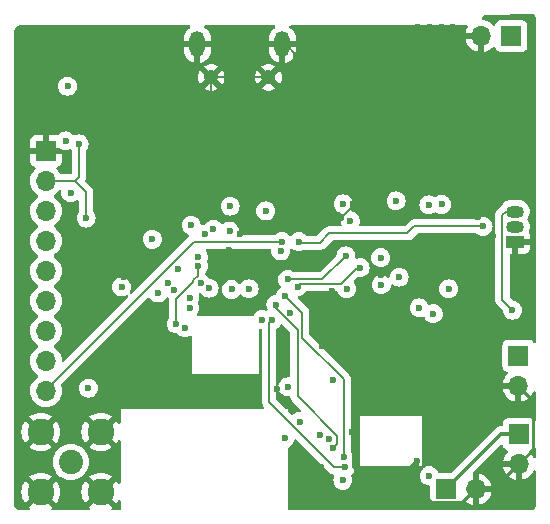
<source format=gbr>
%TF.GenerationSoftware,KiCad,Pcbnew,8.0.8-2.fc41*%
%TF.CreationDate,2025-02-25T20:23:57-05:00*%
%TF.ProjectId,OS-41,4f532d34-312e-46b6-9963-61645f706362,rev?*%
%TF.SameCoordinates,Original*%
%TF.FileFunction,Copper,L2,Inr*%
%TF.FilePolarity,Positive*%
%FSLAX46Y46*%
G04 Gerber Fmt 4.6, Leading zero omitted, Abs format (unit mm)*
G04 Created by KiCad (PCBNEW 8.0.8-2.fc41) date 2025-02-25 20:23:57*
%MOMM*%
%LPD*%
G01*
G04 APERTURE LIST*
%TA.AperFunction,ComponentPad*%
%ADD10C,2.050000*%
%TD*%
%TA.AperFunction,ComponentPad*%
%ADD11C,2.250000*%
%TD*%
%TA.AperFunction,ComponentPad*%
%ADD12R,1.700000X1.700000*%
%TD*%
%TA.AperFunction,ComponentPad*%
%ADD13O,1.700000X1.700000*%
%TD*%
%TA.AperFunction,ComponentPad*%
%ADD14O,1.300000X2.200000*%
%TD*%
%TA.AperFunction,ComponentPad*%
%ADD15C,1.250000*%
%TD*%
%TA.AperFunction,ComponentPad*%
%ADD16R,1.500000X1.050000*%
%TD*%
%TA.AperFunction,ComponentPad*%
%ADD17O,1.500000X1.050000*%
%TD*%
%TA.AperFunction,ViaPad*%
%ADD18C,0.600000*%
%TD*%
%TA.AperFunction,Conductor*%
%ADD19C,0.200000*%
%TD*%
%TA.AperFunction,Conductor*%
%ADD20C,0.300000*%
%TD*%
%TA.AperFunction,Conductor*%
%ADD21C,0.250000*%
%TD*%
G04 APERTURE END LIST*
D10*
%TO.N,Net-(J4-In)*%
%TO.C,J4*%
X98100000Y-123850000D03*
D11*
%TO.N,GND*%
X95560000Y-121310000D03*
X95560000Y-126390000D03*
X100640000Y-121310000D03*
X100640000Y-126390000D03*
%TD*%
D12*
%TO.N,GND*%
%TO.C,J7*%
X96000000Y-97520001D03*
D13*
%TO.N,VCC*%
X96000000Y-100060001D03*
%TO.N,GPIO10*%
X96000000Y-102600000D03*
%TO.N,GPIO11*%
X96000000Y-105140001D03*
%TO.N,GPIO12*%
X96000000Y-107680001D03*
%TO.N,GPIO13*%
X96000000Y-110220001D03*
%TO.N,GPIO14*%
X96000000Y-112760001D03*
%TO.N,GPIO15*%
X96000000Y-115300002D03*
%TO.N,GPIO27_ADC1*%
X96000000Y-117840001D03*
%TD*%
D12*
%TO.N,GPS_ANT*%
%TO.C,J5*%
X135400000Y-87800000D03*
D13*
%TO.N,GND*%
X132860000Y-87800000D03*
%TD*%
D14*
%TO.N,GND*%
%TO.C,J6*%
X116019998Y-88500000D03*
D15*
X114839998Y-91300000D03*
X110000000Y-91300000D03*
D14*
X108820000Y-88500000D03*
%TD*%
D12*
%TO.N,VCC*%
%TO.C,J2*%
X129850000Y-126150000D03*
D13*
%TO.N,GND*%
X132390000Y-126150000D03*
%TD*%
D12*
%TO.N,BATT*%
%TO.C,J3*%
X136000000Y-114860000D03*
D13*
%TO.N,GND*%
X136000000Y-117400000D03*
%TD*%
D12*
%TO.N,VCC*%
%TO.C,J1*%
X136025000Y-121500000D03*
D13*
%TO.N,GND*%
X136025000Y-124040000D03*
%TD*%
D16*
%TO.N,GND*%
%TO.C,U5*%
X135700000Y-105200000D03*
D17*
%TO.N,DQ*%
X135700000Y-103929999D03*
%TO.N,VCC*%
X135700000Y-102660000D03*
%TD*%
D18*
%TO.N,GND*%
X122280000Y-91030000D03*
X106290000Y-87410000D03*
X121875000Y-121325000D03*
X104400000Y-87500000D03*
X135500000Y-93000000D03*
X132700000Y-122090000D03*
X124450000Y-126775000D03*
X96500000Y-90000000D03*
X133500000Y-93000000D03*
X134500000Y-97000000D03*
X112400000Y-104548406D03*
X135500000Y-95000000D03*
X113800000Y-106400000D03*
X118800000Y-100000000D03*
X136500000Y-97000000D03*
X132500000Y-94000000D03*
X116300000Y-115800000D03*
X111500000Y-105900000D03*
X98100000Y-126290000D03*
X122014385Y-101985615D03*
X117200000Y-89400000D03*
X135500000Y-97000000D03*
X134620000Y-112330000D03*
X127500000Y-87000000D03*
X123480000Y-112070000D03*
X129500000Y-89000000D03*
X127120000Y-119250000D03*
X98160000Y-120650000D03*
X136500000Y-96000000D03*
X129840000Y-122440000D03*
X122530000Y-87750000D03*
X128000000Y-116700000D03*
X119240000Y-98280000D03*
X115538470Y-117660924D03*
X105800000Y-118200000D03*
X108500000Y-96000000D03*
X127500000Y-95000000D03*
X130500000Y-93000000D03*
X117620000Y-123410000D03*
X120200000Y-106200000D03*
X99230000Y-105390000D03*
X110830000Y-88640000D03*
X129500000Y-97000000D03*
X129500000Y-87000000D03*
X123200000Y-100600000D03*
X136500000Y-95000000D03*
X121000000Y-103200000D03*
X100370000Y-118320000D03*
X100770000Y-114480000D03*
X120710000Y-94850000D03*
X119260000Y-124280000D03*
X127540000Y-112980000D03*
X115940000Y-95120000D03*
X130500000Y-97000000D03*
X134800000Y-126410000D03*
X133850000Y-104690000D03*
X111705302Y-116906648D03*
X125800000Y-103500000D03*
X129500000Y-96000000D03*
X102300000Y-96490000D03*
X134500000Y-96000000D03*
X117144435Y-96708835D03*
X120200000Y-109400000D03*
X130500000Y-88000000D03*
X102400000Y-106000000D03*
X122600000Y-99600000D03*
X128500000Y-88000000D03*
X99790000Y-106540000D03*
X134500000Y-98000000D03*
X124400000Y-108060000D03*
X133500000Y-96000000D03*
X114120000Y-88880000D03*
X102500000Y-116700000D03*
X107900000Y-93770000D03*
X111700000Y-106637500D03*
X130500000Y-89000000D03*
X107910000Y-117720000D03*
X135500000Y-98000000D03*
X136500000Y-98000000D03*
X132500000Y-95000000D03*
X107600000Y-101090000D03*
X134440000Y-119830000D03*
X128300000Y-119720000D03*
X135500000Y-94000000D03*
X110870000Y-87720000D03*
X128500000Y-122800000D03*
X95130000Y-90950000D03*
X120400000Y-110200000D03*
X102400000Y-87500000D03*
X127500000Y-96000000D03*
X119600000Y-113200000D03*
X130500000Y-87000000D03*
X129500000Y-98000000D03*
X127500000Y-88000000D03*
X105340000Y-100000000D03*
X123360000Y-118570000D03*
X118890000Y-127270000D03*
X134010000Y-111330000D03*
X101800000Y-107200000D03*
X117650000Y-125140000D03*
X128500000Y-97000000D03*
X111200000Y-118700000D03*
X116800000Y-92000000D03*
X117330000Y-127220000D03*
X102600000Y-108200000D03*
X112910000Y-87810000D03*
X133810000Y-112950000D03*
X107530000Y-91420000D03*
X127500000Y-94000000D03*
X133500000Y-97000000D03*
X106590000Y-100500000D03*
X128500000Y-89000000D03*
X131500000Y-94000000D03*
X135960000Y-126220000D03*
X94200000Y-93200000D03*
X111200000Y-92600000D03*
X131220000Y-122380000D03*
X119400000Y-114000000D03*
X130600000Y-102800000D03*
X103787502Y-104308002D03*
X104600000Y-116800000D03*
X128500000Y-87000000D03*
X106630000Y-89330000D03*
X125193382Y-107403676D03*
X134500000Y-95000000D03*
X127500000Y-97000000D03*
X128500000Y-98000000D03*
X133500000Y-98000000D03*
X129500000Y-88000000D03*
X103166765Y-100883234D03*
X94200000Y-89400000D03*
X112000000Y-117700000D03*
X132500000Y-93000000D03*
X133500000Y-94000000D03*
X128500000Y-95000000D03*
X134500000Y-94000000D03*
X133500000Y-95000000D03*
X135500000Y-96000000D03*
X128500000Y-96000000D03*
X125760000Y-127350000D03*
X102300000Y-94790000D03*
X136500000Y-94000000D03*
X119175000Y-125150000D03*
X128200000Y-114400000D03*
X110600000Y-93400000D03*
X121630000Y-95520000D03*
X127500000Y-98000000D03*
X131590000Y-102450000D03*
X133400000Y-124500000D03*
X134500000Y-93000000D03*
X103400000Y-88400000D03*
X127500000Y-89000000D03*
X130500000Y-98000000D03*
X109600000Y-95200000D03*
X115100000Y-94550000D03*
X132600000Y-103100000D03*
X119400000Y-106800000D03*
X95420000Y-123840000D03*
X118475000Y-124295000D03*
X106672794Y-96927206D03*
X94400000Y-87600000D03*
X131500000Y-93000000D03*
X136710000Y-127290000D03*
X105240000Y-98930000D03*
X112000000Y-118700000D03*
X129710000Y-121370000D03*
X136500000Y-93000000D03*
X127450000Y-123774994D03*
X128100000Y-115700000D03*
%TO.N,VCC*%
X99400000Y-103200000D03*
X128440000Y-125016370D03*
X130100000Y-109200000D03*
X111600000Y-102200000D03*
X135500000Y-111000000D03*
X98800000Y-96920001D03*
X116209999Y-121860001D03*
X108300000Y-103800000D03*
X125900135Y-108200000D03*
X105000000Y-105000000D03*
X116700000Y-111200000D03*
X121185120Y-102004880D03*
X121135002Y-125400000D03*
X111715606Y-109250216D03*
X114600000Y-102600000D03*
X116500000Y-117500000D03*
X107173770Y-107543135D03*
%TO.N,BATT*%
X115875000Y-105990175D03*
X128800000Y-111300000D03*
%TO.N,1V1*%
X111550000Y-104300000D03*
X114300000Y-111800000D03*
%TO.N,SDI*%
X116275000Y-109800000D03*
X121200000Y-123475000D03*
%TO.N,SCLK*%
X120312132Y-122640785D03*
X115475000Y-110525000D03*
%TO.N,SDO*%
X115150000Y-111850000D03*
X121331812Y-124317976D03*
%TO.N,NSEL*%
X119992732Y-121896724D03*
X108912911Y-106490321D03*
%TO.N,NIRQ*%
X119240000Y-121590000D03*
X109125000Y-108725000D03*
%TO.N,SDN*%
X106325000Y-108700000D03*
X117471300Y-120445464D03*
%TO.N,GPIO15*%
X109816094Y-109141255D03*
%TO.N,GPIO13*%
X108168122Y-110847254D03*
%TO.N,GPIO12*%
X108173339Y-109952542D03*
%TO.N,GPIO11*%
X105475000Y-109546004D03*
%TO.N,GPIO14*%
X107805284Y-112500000D03*
%TO.N,GPIO10*%
X106869159Y-109302990D03*
%TO.N,GPIO27_ADC1*%
X116000000Y-105200000D03*
%TO.N,USB_BOOT*%
X121470000Y-109190000D03*
X97830000Y-92040000D03*
%TO.N,DQ*%
X133000000Y-103900000D03*
X117400000Y-105200000D03*
%TO.N,LED_ERR*%
X107039883Y-112145627D03*
X108913914Y-107291827D03*
%TO.N,RESET*%
X102400000Y-109038589D03*
X99600000Y-117600000D03*
X113201359Y-109197404D03*
%TO.N,QSPI_SS*%
X98100000Y-101060000D03*
X97660000Y-96660000D03*
%TO.N,TXD*%
X128415565Y-102080597D03*
X109500000Y-104548406D03*
%TO.N,RXD*%
X110185836Y-104136544D03*
X129500000Y-102050000D03*
%TO.N,SCL*%
X121400000Y-106400000D03*
X116475000Y-108400000D03*
X121765177Y-103433467D03*
%TO.N,SDA*%
X122600000Y-107400000D03*
X117337499Y-109000000D03*
%TO.N,Net-(D3-A)*%
X120300000Y-116900000D03*
X127600000Y-110800000D03*
%TO.N,Net-(U6-CSB)*%
X124344853Y-106555147D03*
X125650000Y-101750000D03*
%TO.N,Net-(U6-SDO)*%
X124391514Y-108859956D03*
%TD*%
D19*
%TO.N,GND*%
X116019998Y-90120000D02*
X116019998Y-88500000D01*
X121875000Y-121325000D02*
X121981715Y-121431715D01*
X105800000Y-118000000D02*
X105800000Y-118200000D01*
X103400000Y-88400000D02*
X103800000Y-88400000D01*
X121981715Y-124306715D02*
X124450000Y-126775000D01*
X103166765Y-100883234D02*
X103600000Y-101316469D01*
X103800000Y-88400000D02*
X103900000Y-88500000D01*
X102600000Y-108200000D02*
X102600000Y-108000000D01*
D20*
X131190000Y-127350000D02*
X132390000Y-126150000D01*
D19*
X122600000Y-99600000D02*
X122600000Y-100000000D01*
X110600000Y-93200000D02*
X111200000Y-92600000D01*
D20*
X127450000Y-126150000D02*
X128650000Y-127350000D01*
X127450000Y-123775000D02*
X127450000Y-123774994D01*
D19*
X121981715Y-121431715D02*
X121981715Y-124306715D01*
X103787502Y-104612498D02*
X103787502Y-104308002D01*
X112000000Y-118700000D02*
X112000000Y-117700000D01*
X103600000Y-101316469D02*
X103600000Y-104024996D01*
X119600000Y-113200000D02*
X119600000Y-113800000D01*
D21*
X137275000Y-122790000D02*
X136025000Y-124040000D01*
D19*
X116300000Y-115800000D02*
X115538470Y-116561530D01*
X103787502Y-104212498D02*
X103787502Y-104308002D01*
X106672794Y-99445046D02*
X105234606Y-100883234D01*
X115538470Y-116561530D02*
X115538470Y-117660924D01*
X112000000Y-117700000D02*
X112000000Y-117201346D01*
X120200000Y-110000000D02*
X120400000Y-110200000D01*
X103600000Y-104024996D02*
X103787502Y-104212498D01*
X102400000Y-106000000D02*
X103787502Y-104612498D01*
X116800000Y-92000000D02*
X116800000Y-96364400D01*
X122014385Y-102185615D02*
X121000000Y-103200000D01*
D21*
X137275000Y-118675000D02*
X137275000Y-122790000D01*
D19*
X120200000Y-106200000D02*
X120000000Y-106200000D01*
D21*
X136000000Y-117400000D02*
X137275000Y-118675000D01*
D20*
X127450000Y-123775000D02*
X127450000Y-126150000D01*
D19*
X110000000Y-91300000D02*
X110000000Y-92800000D01*
X110000000Y-91300000D02*
X114839998Y-91300000D01*
X110000000Y-92800000D02*
X110600000Y-93400000D01*
X104600000Y-116800000D02*
X105800000Y-118000000D01*
D20*
X132390000Y-126150000D02*
X133915000Y-126150000D01*
D19*
X116800000Y-96364400D02*
X117144435Y-96708835D01*
X119600000Y-113800000D02*
X119400000Y-114000000D01*
X105234606Y-100883234D02*
X103166765Y-100883234D01*
X120200000Y-109400000D02*
X120200000Y-110000000D01*
X106672794Y-96927206D02*
X106672794Y-99445046D01*
D20*
X128650000Y-127350000D02*
X131190000Y-127350000D01*
D19*
X110600000Y-93400000D02*
X110600000Y-93200000D01*
X114839998Y-91300000D02*
X116019998Y-90120000D01*
D20*
X124450000Y-126775000D02*
X127450000Y-123775000D01*
X133915000Y-126150000D02*
X136025000Y-124040000D01*
D19*
X102600000Y-108000000D02*
X101800000Y-107200000D01*
X116019998Y-88500000D02*
X116300000Y-88500000D01*
X112000000Y-117201346D02*
X111705302Y-116906648D01*
X108820000Y-88500000D02*
X108820000Y-90120000D01*
X122600000Y-100000000D02*
X123200000Y-100600000D01*
X103900000Y-88500000D02*
X108820000Y-88500000D01*
X120000000Y-106200000D02*
X119400000Y-106800000D01*
X122014385Y-101985615D02*
X122014385Y-102185615D01*
X108820000Y-90120000D02*
X110000000Y-91300000D01*
X116300000Y-88500000D02*
X117200000Y-89400000D01*
%TO.N,VCC*%
X98460001Y-100060001D02*
X99400000Y-101000000D01*
D20*
X129850000Y-126150000D02*
X134500000Y-121500000D01*
D19*
X135500000Y-111000000D02*
X134650000Y-110150000D01*
D20*
X134500000Y-121500000D02*
X136025000Y-121500000D01*
D19*
X99400000Y-101000000D02*
X99400000Y-103200000D01*
X134650000Y-110150000D02*
X134650000Y-102950000D01*
X98800000Y-96920001D02*
X98800000Y-99720002D01*
X98800000Y-99720002D02*
X98460001Y-100060001D01*
X96000000Y-100060001D02*
X98460001Y-100060001D01*
X134940000Y-102660000D02*
X135700000Y-102660000D01*
X134650000Y-102950000D02*
X134940000Y-102660000D01*
%TO.N,SDI*%
X121200000Y-123475000D02*
X121200000Y-116825000D01*
X121200000Y-116825000D02*
X117700000Y-113325000D01*
X117700000Y-113325000D02*
X117700000Y-111225000D01*
X117700000Y-111225000D02*
X116275000Y-109800000D01*
%TO.N,SCLK*%
X120642732Y-122310185D02*
X120312132Y-122640785D01*
X117300000Y-112648529D02*
X117300000Y-118284753D01*
X115475000Y-110525000D02*
X115475000Y-110823529D01*
X120642732Y-121627485D02*
X120642732Y-122310185D01*
X117300000Y-118284753D02*
X120642732Y-121627485D01*
X115475000Y-110823529D02*
X117300000Y-112648529D01*
%TO.N,SDO*%
X114900000Y-118793404D02*
X114900000Y-112100000D01*
X120424572Y-124317976D02*
X114900000Y-118793404D01*
X114900000Y-112100000D02*
X115150000Y-111850000D01*
X121331812Y-124317976D02*
X120424572Y-124317976D01*
%TO.N,GPIO27_ADC1*%
X108530761Y-105200000D02*
X116000000Y-105200000D01*
X96000000Y-117730761D02*
X108530761Y-105200000D01*
X96000000Y-117840001D02*
X96000000Y-117730761D01*
%TO.N,DQ*%
X119200000Y-105300000D02*
X117500000Y-105300000D01*
X117500000Y-105300000D02*
X117400000Y-105200000D01*
X133000000Y-103900000D02*
X127200000Y-103900000D01*
X127200000Y-103900000D02*
X126600000Y-104500000D01*
X126600000Y-104500000D02*
X120000000Y-104500000D01*
X120000000Y-104500000D02*
X119200000Y-105300000D01*
%TO.N,LED_ERR*%
X107039883Y-110051547D02*
X107039883Y-112145627D01*
X108475000Y-108455761D02*
X108475000Y-108616430D01*
X108855761Y-107349980D02*
X108855761Y-108075000D01*
X108913914Y-107291827D02*
X108855761Y-107349980D01*
X108855761Y-108075000D02*
X108475000Y-108455761D01*
X108475000Y-108616430D02*
X107039883Y-110051547D01*
%TO.N,SCL*%
X121400000Y-106400000D02*
X119400000Y-108400000D01*
X119400000Y-108400000D02*
X116475000Y-108400000D01*
%TO.N,SDA*%
X117537499Y-108800000D02*
X117337499Y-109000000D01*
X120940761Y-108800000D02*
X117537499Y-108800000D01*
X122340761Y-107400000D02*
X120940761Y-108800000D01*
X122600000Y-107400000D02*
X122340761Y-107400000D01*
%TD*%
%TA.AperFunction,Conductor*%
%TO.N,GND*%
G36*
X137354846Y-85929973D02*
G01*
X137401589Y-85981905D01*
X137409561Y-86003441D01*
X137433609Y-86093190D01*
X137433610Y-86093191D01*
X137472886Y-86161217D01*
X137489500Y-86223218D01*
X137489500Y-113656538D01*
X137469815Y-113723577D01*
X137417011Y-113769332D01*
X137347853Y-113779276D01*
X137284297Y-113750251D01*
X137266234Y-113730850D01*
X137210603Y-113656538D01*
X137207546Y-113652454D01*
X137207544Y-113652453D01*
X137207544Y-113652452D01*
X137092335Y-113566206D01*
X137092328Y-113566202D01*
X136957482Y-113515908D01*
X136957483Y-113515908D01*
X136897883Y-113509501D01*
X136897881Y-113509500D01*
X136897873Y-113509500D01*
X136897864Y-113509500D01*
X135102129Y-113509500D01*
X135102123Y-113509501D01*
X135042516Y-113515908D01*
X134907671Y-113566202D01*
X134907664Y-113566206D01*
X134792455Y-113652452D01*
X134792452Y-113652455D01*
X134706206Y-113767664D01*
X134706202Y-113767671D01*
X134655908Y-113902517D01*
X134649501Y-113962116D01*
X134649500Y-113962135D01*
X134649500Y-115757870D01*
X134649501Y-115757876D01*
X134655908Y-115817483D01*
X134706202Y-115952328D01*
X134706206Y-115952335D01*
X134792452Y-116067544D01*
X134792455Y-116067547D01*
X134907664Y-116153793D01*
X134907671Y-116153797D01*
X134969902Y-116177007D01*
X135039598Y-116203002D01*
X135095531Y-116244873D01*
X135119949Y-116310337D01*
X135105098Y-116378610D01*
X135083947Y-116406865D01*
X134961886Y-116528926D01*
X134826400Y-116722420D01*
X134826399Y-116722422D01*
X134726570Y-116936507D01*
X134726567Y-116936513D01*
X134669364Y-117149999D01*
X134669364Y-117150000D01*
X135566988Y-117150000D01*
X135534075Y-117207007D01*
X135500000Y-117334174D01*
X135500000Y-117465826D01*
X135534075Y-117592993D01*
X135566988Y-117650000D01*
X134669364Y-117650000D01*
X134726567Y-117863486D01*
X134726570Y-117863492D01*
X134826399Y-118077578D01*
X134961894Y-118271082D01*
X135128917Y-118438105D01*
X135322421Y-118573600D01*
X135536507Y-118673429D01*
X135536516Y-118673433D01*
X135750000Y-118730634D01*
X135750000Y-117833012D01*
X135807007Y-117865925D01*
X135934174Y-117900000D01*
X136065826Y-117900000D01*
X136192993Y-117865925D01*
X136250000Y-117833012D01*
X136250000Y-118730633D01*
X136463483Y-118673433D01*
X136463492Y-118673429D01*
X136677578Y-118573600D01*
X136871082Y-118438105D01*
X137038105Y-118271082D01*
X137173599Y-118077578D01*
X137253118Y-117907051D01*
X137299290Y-117854612D01*
X137366484Y-117835460D01*
X137433365Y-117855676D01*
X137478699Y-117908841D01*
X137489500Y-117959456D01*
X137489500Y-120263143D01*
X137469815Y-120330182D01*
X137417011Y-120375937D01*
X137347853Y-120385881D01*
X137284297Y-120356856D01*
X137266234Y-120337455D01*
X137238424Y-120300306D01*
X137232546Y-120292454D01*
X137232544Y-120292453D01*
X137232544Y-120292452D01*
X137117335Y-120206206D01*
X137117328Y-120206202D01*
X136982482Y-120155908D01*
X136982483Y-120155908D01*
X136922883Y-120149501D01*
X136922881Y-120149500D01*
X136922873Y-120149500D01*
X136922864Y-120149500D01*
X135127129Y-120149500D01*
X135127123Y-120149501D01*
X135067516Y-120155908D01*
X134932671Y-120206202D01*
X134932664Y-120206206D01*
X134817455Y-120292452D01*
X134817452Y-120292455D01*
X134731206Y-120407664D01*
X134731202Y-120407671D01*
X134680908Y-120542517D01*
X134674501Y-120602116D01*
X134674500Y-120602135D01*
X134674500Y-120725500D01*
X134654815Y-120792539D01*
X134602011Y-120838294D01*
X134550500Y-120849500D01*
X134435929Y-120849500D01*
X134310261Y-120874497D01*
X134310255Y-120874499D01*
X134191874Y-120923534D01*
X134085326Y-120994726D01*
X134085325Y-120994727D01*
X130316872Y-124763181D01*
X130255549Y-124796666D01*
X130229191Y-124799500D01*
X129300189Y-124799500D01*
X129233150Y-124779815D01*
X129187395Y-124727011D01*
X129183147Y-124716454D01*
X129165789Y-124666848D01*
X129157131Y-124653069D01*
X129069816Y-124514108D01*
X128942262Y-124386554D01*
X128890028Y-124353733D01*
X128789523Y-124290581D01*
X128619254Y-124231001D01*
X128619249Y-124231000D01*
X128440004Y-124210805D01*
X128439996Y-124210805D01*
X128260750Y-124231000D01*
X128260745Y-124231001D01*
X128090476Y-124290581D01*
X127989972Y-124353733D01*
X127935062Y-124369249D01*
X127918643Y-124405203D01*
X127912611Y-124411681D01*
X127810184Y-124514107D01*
X127714211Y-124666846D01*
X127654631Y-124837115D01*
X127654630Y-124837120D01*
X127634435Y-125016366D01*
X127634435Y-125016373D01*
X127654630Y-125195619D01*
X127654631Y-125195624D01*
X127714211Y-125365893D01*
X127755685Y-125431898D01*
X127810184Y-125518632D01*
X127937738Y-125646186D01*
X128001918Y-125686513D01*
X128054330Y-125719446D01*
X128090478Y-125742159D01*
X128260745Y-125801738D01*
X128260750Y-125801739D01*
X128389383Y-125816232D01*
X128453797Y-125843298D01*
X128493352Y-125900893D01*
X128499500Y-125939452D01*
X128499500Y-127047870D01*
X128499501Y-127047876D01*
X128505908Y-127107483D01*
X128556202Y-127242328D01*
X128556206Y-127242335D01*
X128642452Y-127357544D01*
X128642455Y-127357547D01*
X128757664Y-127443793D01*
X128757671Y-127443797D01*
X128892517Y-127494091D01*
X128892516Y-127494091D01*
X128899444Y-127494835D01*
X128952127Y-127500500D01*
X130747872Y-127500499D01*
X130807483Y-127494091D01*
X130942331Y-127443796D01*
X131057546Y-127357546D01*
X131143796Y-127242331D01*
X131144666Y-127240000D01*
X131164021Y-127188105D01*
X131193002Y-127110401D01*
X131234872Y-127054468D01*
X131300337Y-127030050D01*
X131368610Y-127044901D01*
X131396865Y-127066053D01*
X131518917Y-127188105D01*
X131712421Y-127323600D01*
X131926507Y-127423429D01*
X131926516Y-127423433D01*
X132140000Y-127480634D01*
X132140000Y-126583012D01*
X132197007Y-126615925D01*
X132324174Y-126650000D01*
X132455826Y-126650000D01*
X132582993Y-126615925D01*
X132640000Y-126583012D01*
X132640000Y-127480633D01*
X132853483Y-127423433D01*
X132853492Y-127423429D01*
X133067578Y-127323600D01*
X133261082Y-127188105D01*
X133428105Y-127021082D01*
X133563600Y-126827578D01*
X133663429Y-126613492D01*
X133663432Y-126613486D01*
X133720636Y-126400000D01*
X132823012Y-126400000D01*
X132855925Y-126342993D01*
X132890000Y-126215826D01*
X132890000Y-126084174D01*
X132855925Y-125957007D01*
X132823012Y-125900000D01*
X133720636Y-125900000D01*
X133720635Y-125899999D01*
X133663432Y-125686513D01*
X133663429Y-125686507D01*
X133563600Y-125472422D01*
X133563599Y-125472420D01*
X133428113Y-125278926D01*
X133428108Y-125278920D01*
X133261082Y-125111894D01*
X133067578Y-124976399D01*
X132853492Y-124876570D01*
X132853486Y-124876567D01*
X132640000Y-124819364D01*
X132640000Y-125716988D01*
X132582993Y-125684075D01*
X132455826Y-125650000D01*
X132324174Y-125650000D01*
X132197007Y-125684075D01*
X132140000Y-125716988D01*
X132140000Y-124831306D01*
X132159685Y-124764267D01*
X132176314Y-124743630D01*
X134485133Y-122434811D01*
X134546454Y-122401328D01*
X134616146Y-122406312D01*
X134672079Y-122448184D01*
X134688994Y-122479161D01*
X134731202Y-122592328D01*
X134731206Y-122592335D01*
X134817452Y-122707544D01*
X134817455Y-122707547D01*
X134932664Y-122793793D01*
X134932671Y-122793797D01*
X134932674Y-122793798D01*
X135064598Y-122843002D01*
X135120531Y-122884873D01*
X135144949Y-122950337D01*
X135130098Y-123018610D01*
X135108947Y-123046865D01*
X134986886Y-123168926D01*
X134851400Y-123362420D01*
X134851399Y-123362422D01*
X134751570Y-123576507D01*
X134751567Y-123576513D01*
X134694364Y-123789999D01*
X134694364Y-123790000D01*
X135591988Y-123790000D01*
X135559075Y-123847007D01*
X135525000Y-123974174D01*
X135525000Y-124105826D01*
X135559075Y-124232993D01*
X135591988Y-124290000D01*
X134694364Y-124290000D01*
X134751567Y-124503486D01*
X134751570Y-124503492D01*
X134851399Y-124717578D01*
X134986894Y-124911082D01*
X135153917Y-125078105D01*
X135347421Y-125213600D01*
X135561507Y-125313429D01*
X135561516Y-125313433D01*
X135775000Y-125370634D01*
X135775000Y-124473012D01*
X135832007Y-124505925D01*
X135959174Y-124540000D01*
X136090826Y-124540000D01*
X136217993Y-124505925D01*
X136275000Y-124473012D01*
X136275000Y-125370633D01*
X136488483Y-125313433D01*
X136488492Y-125313429D01*
X136702578Y-125213600D01*
X136896082Y-125078105D01*
X137063105Y-124911082D01*
X137198600Y-124717578D01*
X137253118Y-124600664D01*
X137299290Y-124548225D01*
X137366484Y-124529073D01*
X137433365Y-124549289D01*
X137478699Y-124602454D01*
X137489500Y-124653069D01*
X137489500Y-127443038D01*
X137488720Y-127456923D01*
X137478540Y-127547264D01*
X137472362Y-127574333D01*
X137444648Y-127653537D01*
X137432600Y-127678555D01*
X137387957Y-127749604D01*
X137370644Y-127771313D01*
X137311313Y-127830644D01*
X137289604Y-127847957D01*
X137218555Y-127892600D01*
X137193537Y-127904648D01*
X137114333Y-127932362D01*
X137087264Y-127938540D01*
X137007075Y-127947576D01*
X136996921Y-127948720D01*
X136983038Y-127949500D01*
X116649000Y-127949500D01*
X116581961Y-127929815D01*
X116536206Y-127877011D01*
X116525000Y-127825500D01*
X116525000Y-122676013D01*
X116544685Y-122608974D01*
X116583026Y-122571020D01*
X116712261Y-122489817D01*
X116839815Y-122362263D01*
X116935788Y-122209523D01*
X116995367Y-122039256D01*
X116997042Y-122024383D01*
X117024107Y-121959970D01*
X117081701Y-121920413D01*
X117151538Y-121918274D01*
X117207944Y-121950584D01*
X120055856Y-124798496D01*
X120055858Y-124798497D01*
X120055862Y-124798500D01*
X120122755Y-124837120D01*
X120192788Y-124877553D01*
X120316898Y-124910809D01*
X120376555Y-124947172D01*
X120407084Y-125010019D01*
X120401843Y-125071536D01*
X120349634Y-125220742D01*
X120349632Y-125220750D01*
X120329437Y-125399996D01*
X120329437Y-125400003D01*
X120349632Y-125579249D01*
X120349633Y-125579254D01*
X120409213Y-125749523D01*
X120503764Y-125899999D01*
X120505186Y-125902262D01*
X120632740Y-126029816D01*
X120785480Y-126125789D01*
X120955747Y-126185368D01*
X120955752Y-126185369D01*
X121134998Y-126205565D01*
X121135002Y-126205565D01*
X121135006Y-126205565D01*
X121314251Y-126185369D01*
X121314254Y-126185368D01*
X121314257Y-126185368D01*
X121484524Y-126125789D01*
X121637264Y-126029816D01*
X121764818Y-125902262D01*
X121860791Y-125749522D01*
X121920370Y-125579255D01*
X121932407Y-125472422D01*
X121940567Y-125400003D01*
X121940567Y-125399996D01*
X121920371Y-125220750D01*
X121920368Y-125220737D01*
X121860791Y-125050478D01*
X121857771Y-125044206D01*
X121860168Y-125043051D01*
X121844467Y-124987523D01*
X121864823Y-124920684D01*
X121880771Y-124901094D01*
X121961628Y-124820238D01*
X122057601Y-124667498D01*
X122117180Y-124497231D01*
X122127549Y-124405203D01*
X122137377Y-124317979D01*
X122137377Y-124317972D01*
X122124085Y-124200000D01*
X122600000Y-124200000D01*
X127800000Y-124200000D01*
X127800000Y-120000000D01*
X122600000Y-120000000D01*
X122600000Y-124200000D01*
X122124085Y-124200000D01*
X122117181Y-124138726D01*
X122117180Y-124138721D01*
X122108001Y-124112489D01*
X122057601Y-123968454D01*
X121972357Y-123832790D01*
X121953358Y-123765555D01*
X121960309Y-123725869D01*
X121985368Y-123654255D01*
X121997152Y-123549668D01*
X122005565Y-123475003D01*
X122005565Y-123474996D01*
X121985369Y-123295750D01*
X121985368Y-123295745D01*
X121925788Y-123125476D01*
X121829813Y-122972734D01*
X121827550Y-122969896D01*
X121826659Y-122967715D01*
X121826111Y-122966842D01*
X121826264Y-122966745D01*
X121801144Y-122905209D01*
X121800500Y-122892587D01*
X121800500Y-116745945D01*
X121800500Y-116745943D01*
X121759577Y-116593216D01*
X121746174Y-116570001D01*
X121680524Y-116456290D01*
X121680521Y-116456286D01*
X121680520Y-116456284D01*
X121568716Y-116344480D01*
X121568715Y-116344479D01*
X121564385Y-116340149D01*
X121564374Y-116340139D01*
X118336819Y-113112584D01*
X118303334Y-113051261D01*
X118300500Y-113024903D01*
X118300500Y-111145945D01*
X118300500Y-111145943D01*
X118259577Y-110993216D01*
X118251513Y-110979249D01*
X118180524Y-110856290D01*
X118180521Y-110856286D01*
X118180520Y-110856284D01*
X118124232Y-110799996D01*
X126794435Y-110799996D01*
X126794435Y-110800003D01*
X126814630Y-110979249D01*
X126814631Y-110979254D01*
X126874211Y-111149523D01*
X126903903Y-111196777D01*
X126970184Y-111302262D01*
X127097738Y-111429816D01*
X127250478Y-111525789D01*
X127420739Y-111585366D01*
X127420745Y-111585368D01*
X127420750Y-111585369D01*
X127599996Y-111605565D01*
X127600000Y-111605565D01*
X127600004Y-111605565D01*
X127779249Y-111585369D01*
X127779251Y-111585368D01*
X127779255Y-111585368D01*
X127779258Y-111585366D01*
X127779262Y-111585366D01*
X127904994Y-111541370D01*
X127974772Y-111537807D01*
X128035400Y-111572536D01*
X128062990Y-111617455D01*
X128074211Y-111649523D01*
X128074212Y-111649524D01*
X128119442Y-111721507D01*
X128170184Y-111802262D01*
X128297738Y-111929816D01*
X128450478Y-112025789D01*
X128611606Y-112082170D01*
X128620745Y-112085368D01*
X128620750Y-112085369D01*
X128799996Y-112105565D01*
X128800000Y-112105565D01*
X128800004Y-112105565D01*
X128979249Y-112085369D01*
X128979252Y-112085368D01*
X128979255Y-112085368D01*
X129149522Y-112025789D01*
X129302262Y-111929816D01*
X129429816Y-111802262D01*
X129525789Y-111649522D01*
X129585368Y-111479255D01*
X129585369Y-111479249D01*
X129605565Y-111300003D01*
X129605565Y-111299996D01*
X129585369Y-111120750D01*
X129585368Y-111120745D01*
X129569085Y-111074211D01*
X129525789Y-110950478D01*
X129520706Y-110942389D01*
X129431237Y-110800000D01*
X129429816Y-110797738D01*
X129302262Y-110670184D01*
X129239139Y-110630521D01*
X129149523Y-110574211D01*
X128979254Y-110514631D01*
X128979249Y-110514630D01*
X128800004Y-110494435D01*
X128799996Y-110494435D01*
X128620750Y-110514630D01*
X128620745Y-110514631D01*
X128495006Y-110558630D01*
X128425227Y-110562191D01*
X128364599Y-110527462D01*
X128337009Y-110482543D01*
X128327514Y-110455409D01*
X128325789Y-110450478D01*
X128295821Y-110402785D01*
X128250950Y-110331373D01*
X128229816Y-110297738D01*
X128102262Y-110170184D01*
X128055189Y-110140606D01*
X127949523Y-110074211D01*
X127779254Y-110014631D01*
X127779249Y-110014630D01*
X127600004Y-109994435D01*
X127599996Y-109994435D01*
X127420750Y-110014630D01*
X127420745Y-110014631D01*
X127250476Y-110074211D01*
X127097737Y-110170184D01*
X126970184Y-110297737D01*
X126874211Y-110450476D01*
X126814631Y-110620745D01*
X126814630Y-110620750D01*
X126794435Y-110799996D01*
X118124232Y-110799996D01*
X118068716Y-110744480D01*
X118068715Y-110744479D01*
X118064385Y-110740149D01*
X118064374Y-110740139D01*
X117332904Y-110008669D01*
X117299419Y-109947346D01*
X117304403Y-109877654D01*
X117346275Y-109821721D01*
X117406702Y-109797768D01*
X117516748Y-109785369D01*
X117516751Y-109785368D01*
X117516754Y-109785368D01*
X117687021Y-109725789D01*
X117839761Y-109629816D01*
X117967315Y-109502262D01*
X117979075Y-109483546D01*
X117994796Y-109458527D01*
X118047130Y-109412237D01*
X118099789Y-109400500D01*
X120607582Y-109400500D01*
X120674621Y-109420185D01*
X120720376Y-109472989D01*
X120724624Y-109483546D01*
X120744210Y-109539521D01*
X120802368Y-109632079D01*
X120840184Y-109692262D01*
X120967738Y-109819816D01*
X120983653Y-109829816D01*
X121097361Y-109901264D01*
X121120478Y-109915789D01*
X121182762Y-109937583D01*
X121290745Y-109975368D01*
X121290750Y-109975369D01*
X121469996Y-109995565D01*
X121470000Y-109995565D01*
X121470004Y-109995565D01*
X121649249Y-109975369D01*
X121649252Y-109975368D01*
X121649255Y-109975368D01*
X121819522Y-109915789D01*
X121972262Y-109819816D01*
X122099816Y-109692262D01*
X122195789Y-109539522D01*
X122255368Y-109369255D01*
X122256161Y-109362218D01*
X122275565Y-109190003D01*
X122275565Y-109189996D01*
X122255369Y-109010750D01*
X122255368Y-109010745D01*
X122226240Y-108927501D01*
X122202603Y-108859952D01*
X123585949Y-108859952D01*
X123585949Y-108859959D01*
X123606144Y-109039205D01*
X123606145Y-109039210D01*
X123665725Y-109209479D01*
X123691322Y-109250216D01*
X123761698Y-109362218D01*
X123889252Y-109489772D01*
X124041992Y-109585745D01*
X124167937Y-109629815D01*
X124212259Y-109645324D01*
X124212264Y-109645325D01*
X124391510Y-109665521D01*
X124391514Y-109665521D01*
X124391518Y-109665521D01*
X124570763Y-109645325D01*
X124570766Y-109645324D01*
X124570769Y-109645324D01*
X124741036Y-109585745D01*
X124893776Y-109489772D01*
X125021330Y-109362218D01*
X125117303Y-109209478D01*
X125120621Y-109199996D01*
X129294435Y-109199996D01*
X129294435Y-109200003D01*
X129314630Y-109379249D01*
X129314631Y-109379254D01*
X129374211Y-109549523D01*
X129463901Y-109692262D01*
X129470184Y-109702262D01*
X129597738Y-109829816D01*
X129656986Y-109867044D01*
X129734561Y-109915788D01*
X129750478Y-109925789D01*
X129893984Y-109976004D01*
X129920745Y-109985368D01*
X129920750Y-109985369D01*
X130099996Y-110005565D01*
X130100000Y-110005565D01*
X130100004Y-110005565D01*
X130279249Y-109985369D01*
X130279252Y-109985368D01*
X130279255Y-109985368D01*
X130449522Y-109925789D01*
X130602262Y-109829816D01*
X130729816Y-109702262D01*
X130825789Y-109549522D01*
X130885368Y-109379255D01*
X130885369Y-109379249D01*
X130905565Y-109200003D01*
X130905565Y-109199996D01*
X130885369Y-109020750D01*
X130885368Y-109020745D01*
X130864812Y-108962000D01*
X130825789Y-108850478D01*
X130819504Y-108840476D01*
X130786582Y-108788080D01*
X130729816Y-108697738D01*
X130602262Y-108570184D01*
X130449523Y-108474211D01*
X130279254Y-108414631D01*
X130279249Y-108414630D01*
X130100004Y-108394435D01*
X130099996Y-108394435D01*
X129920750Y-108414630D01*
X129920745Y-108414631D01*
X129750476Y-108474211D01*
X129597737Y-108570184D01*
X129470184Y-108697737D01*
X129374211Y-108850476D01*
X129314631Y-109020745D01*
X129314630Y-109020750D01*
X129294435Y-109199996D01*
X125120621Y-109199996D01*
X125176882Y-109039211D01*
X125180089Y-109010750D01*
X125191635Y-108908277D01*
X125218701Y-108843863D01*
X125276296Y-108804308D01*
X125346133Y-108802170D01*
X125390670Y-108827681D01*
X125392430Y-108825475D01*
X125397872Y-108829815D01*
X125397873Y-108829816D01*
X125488215Y-108886582D01*
X125510674Y-108900694D01*
X125550613Y-108925789D01*
X125684108Y-108972501D01*
X125720880Y-108985368D01*
X125720885Y-108985369D01*
X125900131Y-109005565D01*
X125900135Y-109005565D01*
X125900139Y-109005565D01*
X126079384Y-108985369D01*
X126079387Y-108985368D01*
X126079390Y-108985368D01*
X126249657Y-108925789D01*
X126402397Y-108829816D01*
X126529951Y-108702262D01*
X126625924Y-108549522D01*
X126685503Y-108379255D01*
X126687177Y-108364398D01*
X126705700Y-108200003D01*
X126705700Y-108199996D01*
X126685504Y-108020750D01*
X126685503Y-108020745D01*
X126648644Y-107915409D01*
X126625924Y-107850478D01*
X126617338Y-107836814D01*
X126576893Y-107772445D01*
X126529951Y-107697738D01*
X126402397Y-107570184D01*
X126359349Y-107543135D01*
X126249658Y-107474211D01*
X126079389Y-107414631D01*
X126079384Y-107414630D01*
X125900139Y-107394435D01*
X125900131Y-107394435D01*
X125720885Y-107414630D01*
X125720880Y-107414631D01*
X125550611Y-107474211D01*
X125397872Y-107570184D01*
X125270319Y-107697737D01*
X125174346Y-107850476D01*
X125114766Y-108020745D01*
X125114765Y-108020749D01*
X125100013Y-108151679D01*
X125072946Y-108216093D01*
X125015351Y-108255648D01*
X124945514Y-108257785D01*
X124900979Y-108232273D01*
X124899219Y-108234481D01*
X124893776Y-108230140D01*
X124741037Y-108134167D01*
X124570768Y-108074587D01*
X124570763Y-108074586D01*
X124391518Y-108054391D01*
X124391510Y-108054391D01*
X124212264Y-108074586D01*
X124212259Y-108074587D01*
X124041990Y-108134167D01*
X123889251Y-108230140D01*
X123761698Y-108357693D01*
X123665725Y-108510432D01*
X123606145Y-108680701D01*
X123606144Y-108680706D01*
X123585949Y-108859952D01*
X122202603Y-108859952D01*
X122195789Y-108840478D01*
X122171718Y-108802170D01*
X122119144Y-108718499D01*
X122099816Y-108687738D01*
X122088717Y-108676639D01*
X122055232Y-108615316D01*
X122060216Y-108545624D01*
X122088713Y-108501281D01*
X122364035Y-108225959D01*
X122425356Y-108192476D01*
X122465597Y-108190422D01*
X122599996Y-108205565D01*
X122600000Y-108205565D01*
X122600004Y-108205565D01*
X122779249Y-108185369D01*
X122779252Y-108185368D01*
X122779255Y-108185368D01*
X122949522Y-108125789D01*
X123102262Y-108029816D01*
X123229816Y-107902262D01*
X123325789Y-107749522D01*
X123385368Y-107579255D01*
X123397556Y-107471082D01*
X123405565Y-107400003D01*
X123405565Y-107399996D01*
X123385369Y-107220750D01*
X123385368Y-107220745D01*
X123347518Y-107112577D01*
X123325789Y-107050478D01*
X123229816Y-106897738D01*
X123102262Y-106770184D01*
X123069379Y-106749522D01*
X122949523Y-106674211D01*
X122779254Y-106614631D01*
X122779249Y-106614630D01*
X122600004Y-106594435D01*
X122599996Y-106594435D01*
X122420750Y-106614630D01*
X122420742Y-106614632D01*
X122357827Y-106636647D01*
X122288048Y-106640208D01*
X122227421Y-106605479D01*
X122201254Y-106555143D01*
X123539288Y-106555143D01*
X123539288Y-106555150D01*
X123559483Y-106734396D01*
X123559484Y-106734401D01*
X123619064Y-106904670D01*
X123642712Y-106942305D01*
X123715037Y-107057409D01*
X123842591Y-107184963D01*
X123995331Y-107280936D01*
X124165598Y-107340515D01*
X124165603Y-107340516D01*
X124344849Y-107360712D01*
X124344853Y-107360712D01*
X124344857Y-107360712D01*
X124524102Y-107340516D01*
X124524105Y-107340515D01*
X124524108Y-107340515D01*
X124694375Y-107280936D01*
X124847115Y-107184963D01*
X124974669Y-107057409D01*
X125070642Y-106904669D01*
X125130221Y-106734402D01*
X125130222Y-106734396D01*
X125150418Y-106555150D01*
X125150418Y-106555143D01*
X125130222Y-106375897D01*
X125130221Y-106375892D01*
X125081343Y-106236206D01*
X125070642Y-106205625D01*
X125053594Y-106178494D01*
X125029908Y-106140797D01*
X124974669Y-106052885D01*
X124847115Y-105925331D01*
X124833613Y-105916847D01*
X124694376Y-105829358D01*
X124524107Y-105769778D01*
X124524102Y-105769777D01*
X124344857Y-105749582D01*
X124344849Y-105749582D01*
X124165603Y-105769777D01*
X124165598Y-105769778D01*
X123995329Y-105829358D01*
X123842590Y-105925331D01*
X123715037Y-106052884D01*
X123619064Y-106205623D01*
X123559484Y-106375892D01*
X123559483Y-106375897D01*
X123539288Y-106555143D01*
X122201254Y-106555143D01*
X122195194Y-106543485D01*
X122193653Y-106505721D01*
X122205565Y-106400002D01*
X122205565Y-106399996D01*
X122185369Y-106220750D01*
X122185368Y-106220745D01*
X122157393Y-106140797D01*
X122125789Y-106050478D01*
X122029816Y-105897738D01*
X121902262Y-105770184D01*
X121831608Y-105725789D01*
X121749523Y-105674211D01*
X121579254Y-105614631D01*
X121579249Y-105614630D01*
X121400004Y-105594435D01*
X121399996Y-105594435D01*
X121220750Y-105614630D01*
X121220745Y-105614631D01*
X121050476Y-105674211D01*
X120897737Y-105770184D01*
X120770184Y-105897737D01*
X120674210Y-106050478D01*
X120614630Y-106220750D01*
X120604837Y-106307668D01*
X120577770Y-106372082D01*
X120569298Y-106381465D01*
X119187584Y-107763181D01*
X119126261Y-107796666D01*
X119099903Y-107799500D01*
X117057412Y-107799500D01*
X116990373Y-107779815D01*
X116980097Y-107772445D01*
X116977263Y-107770185D01*
X116977262Y-107770184D01*
X116920496Y-107734515D01*
X116824523Y-107674211D01*
X116654254Y-107614631D01*
X116654249Y-107614630D01*
X116475004Y-107594435D01*
X116474996Y-107594435D01*
X116295750Y-107614630D01*
X116295745Y-107614631D01*
X116125476Y-107674211D01*
X115972737Y-107770184D01*
X115845184Y-107897737D01*
X115749211Y-108050476D01*
X115689631Y-108220745D01*
X115689630Y-108220750D01*
X115669435Y-108399996D01*
X115669435Y-108400003D01*
X115689630Y-108579249D01*
X115689631Y-108579254D01*
X115749211Y-108749523D01*
X115845184Y-108902262D01*
X115871816Y-108928894D01*
X115905301Y-108990217D01*
X115900317Y-109059909D01*
X115858445Y-109115842D01*
X115850108Y-109121568D01*
X115772740Y-109170182D01*
X115772737Y-109170184D01*
X115645184Y-109297737D01*
X115549210Y-109450478D01*
X115489629Y-109620752D01*
X115489627Y-109620779D01*
X115489620Y-109620795D01*
X115488080Y-109627541D01*
X115486898Y-109627271D01*
X115462555Y-109685191D01*
X115404957Y-109724741D01*
X115380292Y-109730105D01*
X115295749Y-109739630D01*
X115295745Y-109739631D01*
X115125476Y-109799211D01*
X114972737Y-109895184D01*
X114845184Y-110022737D01*
X114749211Y-110175476D01*
X114689631Y-110345745D01*
X114689630Y-110345750D01*
X114669435Y-110524996D01*
X114669435Y-110525003D01*
X114689630Y-110704249D01*
X114689631Y-110704254D01*
X114703707Y-110744480D01*
X114742831Y-110856290D01*
X114749212Y-110874524D01*
X114749606Y-110875152D01*
X114749737Y-110875617D01*
X114752231Y-110880795D01*
X114751323Y-110881231D01*
X114768602Y-110942389D01*
X114748232Y-111009224D01*
X114694962Y-111054435D01*
X114625705Y-111063670D01*
X114603654Y-111058161D01*
X114479254Y-111014631D01*
X114479249Y-111014630D01*
X114300004Y-110994435D01*
X114299996Y-110994435D01*
X114120750Y-111014630D01*
X114120745Y-111014631D01*
X113950476Y-111074211D01*
X113797737Y-111170184D01*
X113670184Y-111297737D01*
X113637646Y-111349522D01*
X113587195Y-111429815D01*
X113579556Y-111441972D01*
X113527221Y-111488263D01*
X113474562Y-111500000D01*
X108927744Y-111500000D01*
X108860705Y-111480315D01*
X108814950Y-111427511D01*
X108805006Y-111358353D01*
X108822750Y-111310028D01*
X108829051Y-111300000D01*
X108893911Y-111196776D01*
X108953490Y-111026509D01*
X108954389Y-111018533D01*
X108973687Y-110847257D01*
X108973687Y-110847250D01*
X108953491Y-110668004D01*
X108953490Y-110667999D01*
X108893910Y-110497729D01*
X108876500Y-110470022D01*
X108857499Y-110402785D01*
X108876500Y-110338076D01*
X108899127Y-110302066D01*
X108899128Y-110302064D01*
X108958707Y-110131797D01*
X108958841Y-110130607D01*
X108978904Y-109952545D01*
X108978904Y-109952538D01*
X108958708Y-109773292D01*
X108958705Y-109773279D01*
X108933713Y-109701857D01*
X108930150Y-109632079D01*
X108964879Y-109571451D01*
X109026872Y-109539223D01*
X109096448Y-109545628D01*
X109151516Y-109588631D01*
X109155747Y-109594929D01*
X109186275Y-109643513D01*
X109186276Y-109643515D01*
X109186278Y-109643517D01*
X109313832Y-109771071D01*
X109356320Y-109797768D01*
X109439290Y-109849902D01*
X109466572Y-109867044D01*
X109605877Y-109915789D01*
X109636839Y-109926623D01*
X109636844Y-109926624D01*
X109816090Y-109946820D01*
X109816094Y-109946820D01*
X109816098Y-109946820D01*
X109995343Y-109926624D01*
X109995346Y-109926623D01*
X109995349Y-109926623D01*
X110165616Y-109867044D01*
X110318356Y-109771071D01*
X110445910Y-109643517D01*
X110541883Y-109490777D01*
X110601462Y-109320510D01*
X110609383Y-109250212D01*
X110910041Y-109250212D01*
X110910041Y-109250219D01*
X110930236Y-109429465D01*
X110930237Y-109429470D01*
X110989817Y-109599739D01*
X111069020Y-109725789D01*
X111085790Y-109752478D01*
X111213344Y-109880032D01*
X111270251Y-109915789D01*
X111365071Y-109975369D01*
X111366084Y-109976005D01*
X111499639Y-110022738D01*
X111536351Y-110035584D01*
X111536356Y-110035585D01*
X111715602Y-110055781D01*
X111715606Y-110055781D01*
X111715610Y-110055781D01*
X111894855Y-110035585D01*
X111894858Y-110035584D01*
X111894861Y-110035584D01*
X112065128Y-109976005D01*
X112217868Y-109880032D01*
X112345422Y-109752478D01*
X112370654Y-109712321D01*
X112422985Y-109666033D01*
X112492039Y-109655383D01*
X112555888Y-109683758D01*
X112566579Y-109694781D01*
X112566619Y-109694742D01*
X112571543Y-109699666D01*
X112699097Y-109827220D01*
X112777144Y-109876260D01*
X112848421Y-109921047D01*
X112851837Y-109923193D01*
X113002762Y-109976004D01*
X113022104Y-109982772D01*
X113022109Y-109982773D01*
X113201355Y-110002969D01*
X113201359Y-110002969D01*
X113201363Y-110002969D01*
X113380608Y-109982773D01*
X113380611Y-109982772D01*
X113380614Y-109982772D01*
X113550881Y-109923193D01*
X113703621Y-109827220D01*
X113831175Y-109699666D01*
X113927148Y-109546926D01*
X113986727Y-109376659D01*
X113986728Y-109376653D01*
X114006924Y-109197407D01*
X114006924Y-109197400D01*
X113986728Y-109018154D01*
X113986727Y-109018149D01*
X113948281Y-108908277D01*
X113927148Y-108847882D01*
X113922494Y-108840476D01*
X113845848Y-108718494D01*
X113831175Y-108695142D01*
X113703621Y-108567588D01*
X113659814Y-108540062D01*
X113550882Y-108471615D01*
X113380613Y-108412035D01*
X113380608Y-108412034D01*
X113201363Y-108391839D01*
X113201355Y-108391839D01*
X113022109Y-108412034D01*
X113022104Y-108412035D01*
X112851835Y-108471615D01*
X112699096Y-108567588D01*
X112571543Y-108695141D01*
X112571541Y-108695144D01*
X112546311Y-108735297D01*
X112493976Y-108781588D01*
X112424922Y-108792235D01*
X112361074Y-108763859D01*
X112350385Y-108752838D01*
X112350346Y-108752878D01*
X112217868Y-108620400D01*
X112065129Y-108524427D01*
X111894860Y-108464847D01*
X111894855Y-108464846D01*
X111715610Y-108444651D01*
X111715602Y-108444651D01*
X111536356Y-108464846D01*
X111536351Y-108464847D01*
X111366082Y-108524427D01*
X111213343Y-108620400D01*
X111085790Y-108747953D01*
X110989817Y-108900692D01*
X110930237Y-109070961D01*
X110930236Y-109070966D01*
X110910041Y-109250212D01*
X110609383Y-109250212D01*
X110613030Y-109217843D01*
X110621659Y-109141258D01*
X110621659Y-109141251D01*
X110601463Y-108962005D01*
X110601462Y-108962000D01*
X110587858Y-108923121D01*
X110541883Y-108791733D01*
X110535508Y-108781588D01*
X110492282Y-108712793D01*
X110445910Y-108638993D01*
X110318356Y-108511439D01*
X110244207Y-108464848D01*
X110165615Y-108415465D01*
X110000916Y-108357835D01*
X109995349Y-108355887D01*
X109995348Y-108355886D01*
X109995343Y-108355885D01*
X109885866Y-108343550D01*
X109821452Y-108316483D01*
X109794756Y-108286302D01*
X109783836Y-108268923D01*
X109754816Y-108222738D01*
X109627262Y-108095184D01*
X109627260Y-108095182D01*
X109522711Y-108029489D01*
X109476421Y-107977154D01*
X109465773Y-107908101D01*
X109494148Y-107844253D01*
X109500992Y-107836826D01*
X109543730Y-107794089D01*
X109639703Y-107641349D01*
X109699282Y-107471082D01*
X109702267Y-107444593D01*
X109719479Y-107291830D01*
X109719479Y-107291823D01*
X109699283Y-107112577D01*
X109699282Y-107112572D01*
X109637403Y-106935732D01*
X109639015Y-106935167D01*
X109629084Y-106874912D01*
X109637353Y-106846749D01*
X109636400Y-106846416D01*
X109698277Y-106669583D01*
X109698280Y-106669570D01*
X109718476Y-106490324D01*
X109718476Y-106490317D01*
X109698280Y-106311071D01*
X109698279Y-106311066D01*
X109665922Y-106218596D01*
X109638700Y-106140799D01*
X109601873Y-106082190D01*
X109557394Y-106011402D01*
X109544242Y-105990471D01*
X109525243Y-105923236D01*
X109545611Y-105856400D01*
X109598878Y-105811186D01*
X109649237Y-105800500D01*
X114952050Y-105800500D01*
X115019089Y-105820185D01*
X115064844Y-105872989D01*
X115075270Y-105938383D01*
X115069435Y-105990171D01*
X115069435Y-105990178D01*
X115089630Y-106169424D01*
X115089631Y-106169429D01*
X115149211Y-106339698D01*
X115222917Y-106456999D01*
X115245184Y-106492437D01*
X115372738Y-106619991D01*
X115525478Y-106715964D01*
X115635719Y-106754539D01*
X115695745Y-106775543D01*
X115695750Y-106775544D01*
X115874996Y-106795740D01*
X115875000Y-106795740D01*
X115875004Y-106795740D01*
X116054249Y-106775544D01*
X116054252Y-106775543D01*
X116054255Y-106775543D01*
X116224522Y-106715964D01*
X116377262Y-106619991D01*
X116504816Y-106492437D01*
X116600789Y-106339697D01*
X116660368Y-106169430D01*
X116660369Y-106169424D01*
X116680565Y-105990178D01*
X116680565Y-105990172D01*
X116672303Y-105916847D01*
X116684357Y-105848025D01*
X116731706Y-105796645D01*
X116799316Y-105779021D01*
X116865722Y-105800747D01*
X116883204Y-105815282D01*
X116897738Y-105829816D01*
X116988080Y-105886582D01*
X117050474Y-105925787D01*
X117050478Y-105925789D01*
X117086470Y-105938383D01*
X117220745Y-105985368D01*
X117220750Y-105985369D01*
X117399996Y-106005565D01*
X117400000Y-106005565D01*
X117400004Y-106005565D01*
X117579249Y-105985369D01*
X117579252Y-105985368D01*
X117579255Y-105985368D01*
X117749522Y-105925789D01*
X117750488Y-105925181D01*
X117759523Y-105919506D01*
X117825494Y-105900500D01*
X119113331Y-105900500D01*
X119113347Y-105900501D01*
X119120943Y-105900501D01*
X119279054Y-105900501D01*
X119279057Y-105900501D01*
X119431785Y-105859577D01*
X119484125Y-105829358D01*
X119568716Y-105780520D01*
X119680520Y-105668716D01*
X119680520Y-105668714D01*
X119690724Y-105658511D01*
X119690727Y-105658506D01*
X120212416Y-105136819D01*
X120273739Y-105103334D01*
X120300097Y-105100500D01*
X126513331Y-105100500D01*
X126513347Y-105100501D01*
X126520943Y-105100501D01*
X126679054Y-105100501D01*
X126679057Y-105100501D01*
X126831785Y-105059577D01*
X126890307Y-105025789D01*
X126968716Y-104980520D01*
X127080520Y-104868716D01*
X127080520Y-104868714D01*
X127090721Y-104858514D01*
X127090724Y-104858509D01*
X127412417Y-104536816D01*
X127473739Y-104503334D01*
X127500097Y-104500500D01*
X132417588Y-104500500D01*
X132484627Y-104520185D01*
X132494903Y-104527555D01*
X132497736Y-104529814D01*
X132497738Y-104529816D01*
X132650478Y-104625789D01*
X132806093Y-104680241D01*
X132820745Y-104685368D01*
X132820750Y-104685369D01*
X132999996Y-104705565D01*
X133000000Y-104705565D01*
X133000004Y-104705565D01*
X133179249Y-104685369D01*
X133179252Y-104685368D01*
X133179255Y-104685368D01*
X133349522Y-104625789D01*
X133502262Y-104529816D01*
X133629816Y-104402262D01*
X133725789Y-104249522D01*
X133785368Y-104079255D01*
X133785369Y-104079249D01*
X133802280Y-103929159D01*
X133813425Y-103902633D01*
X133811667Y-103899897D01*
X134036891Y-103899897D01*
X134047640Y-103921648D01*
X134049500Y-103943042D01*
X134049500Y-110063330D01*
X134049499Y-110063348D01*
X134049499Y-110229054D01*
X134049498Y-110229054D01*
X134090423Y-110381785D01*
X134112637Y-110420259D01*
X134112638Y-110420263D01*
X134112639Y-110420263D01*
X134169479Y-110518714D01*
X134169481Y-110518717D01*
X134288349Y-110637585D01*
X134288355Y-110637590D01*
X134669298Y-111018533D01*
X134702783Y-111079856D01*
X134704837Y-111092330D01*
X134714630Y-111179249D01*
X134774210Y-111349521D01*
X134848342Y-111467501D01*
X134870184Y-111502262D01*
X134997738Y-111629816D01*
X135029103Y-111649524D01*
X135143661Y-111721506D01*
X135150478Y-111725789D01*
X135288860Y-111774211D01*
X135320745Y-111785368D01*
X135320750Y-111785369D01*
X135499996Y-111805565D01*
X135500000Y-111805565D01*
X135500004Y-111805565D01*
X135679249Y-111785369D01*
X135679252Y-111785368D01*
X135679255Y-111785368D01*
X135849522Y-111725789D01*
X136002262Y-111629816D01*
X136129816Y-111502262D01*
X136225789Y-111349522D01*
X136285368Y-111179255D01*
X136289121Y-111145945D01*
X136305565Y-111000003D01*
X136305565Y-110999996D01*
X136285369Y-110820750D01*
X136285368Y-110820745D01*
X136278108Y-110799996D01*
X136225789Y-110650478D01*
X136207106Y-110620745D01*
X136177867Y-110574211D01*
X136129816Y-110497738D01*
X136002262Y-110370184D01*
X135849521Y-110274210D01*
X135679249Y-110214630D01*
X135592330Y-110204837D01*
X135527916Y-110177770D01*
X135518533Y-110169298D01*
X135286819Y-109937583D01*
X135253334Y-109876260D01*
X135250500Y-109849902D01*
X135250500Y-106349000D01*
X135270185Y-106281961D01*
X135322989Y-106236206D01*
X135374500Y-106225000D01*
X135450000Y-106225000D01*
X135450000Y-105480330D01*
X135469745Y-105500075D01*
X135555255Y-105549444D01*
X135650630Y-105575000D01*
X135749370Y-105575000D01*
X135844745Y-105549444D01*
X135930255Y-105500075D01*
X135950000Y-105480330D01*
X135950000Y-106225000D01*
X136497828Y-106225000D01*
X136497844Y-106224999D01*
X136557372Y-106218598D01*
X136557379Y-106218596D01*
X136692086Y-106168354D01*
X136692093Y-106168350D01*
X136807187Y-106082190D01*
X136807190Y-106082187D01*
X136893350Y-105967093D01*
X136893354Y-105967086D01*
X136943597Y-105832378D01*
X136943598Y-105832372D01*
X136949999Y-105772844D01*
X136950000Y-105772827D01*
X136950000Y-105450000D01*
X135980330Y-105450000D01*
X136000075Y-105430255D01*
X136049444Y-105344745D01*
X136075000Y-105249370D01*
X136075000Y-105150630D01*
X136049444Y-105055255D01*
X136000075Y-104969745D01*
X135985829Y-104955499D01*
X136026004Y-104955499D01*
X136026004Y-104955498D01*
X136039390Y-104952836D01*
X136041669Y-104952383D01*
X136065861Y-104950000D01*
X136950000Y-104950000D01*
X136950000Y-104627172D01*
X136949999Y-104627155D01*
X136943598Y-104567627D01*
X136943597Y-104567623D01*
X136893351Y-104432910D01*
X136892749Y-104432105D01*
X136892395Y-104431158D01*
X136889101Y-104425124D01*
X136889968Y-104424650D01*
X136868328Y-104366642D01*
X136877451Y-104310338D01*
X136911091Y-104229126D01*
X136950500Y-104031002D01*
X136950500Y-103828996D01*
X136911091Y-103630872D01*
X136833786Y-103444243D01*
X136780095Y-103363889D01*
X136759218Y-103297212D01*
X136777703Y-103229832D01*
X136780066Y-103226152D01*
X136833786Y-103145756D01*
X136911091Y-102959127D01*
X136950500Y-102761003D01*
X136950500Y-102558997D01*
X136911091Y-102360873D01*
X136833786Y-102174244D01*
X136833784Y-102174241D01*
X136833782Y-102174237D01*
X136721558Y-102006281D01*
X136578718Y-101863441D01*
X136410762Y-101751217D01*
X136410752Y-101751212D01*
X136224127Y-101673909D01*
X136224119Y-101673907D01*
X136026007Y-101634500D01*
X136026003Y-101634500D01*
X135373997Y-101634500D01*
X135373992Y-101634500D01*
X135175880Y-101673907D01*
X135175872Y-101673909D01*
X134989247Y-101751212D01*
X134989237Y-101751217D01*
X134821281Y-101863441D01*
X134678443Y-102006279D01*
X134566211Y-102174248D01*
X134563343Y-102179615D01*
X134561861Y-102178823D01*
X134541488Y-102209273D01*
X134459480Y-102291283D01*
X134459478Y-102291286D01*
X134169481Y-102581282D01*
X134169479Y-102581284D01*
X134148521Y-102617587D01*
X134138739Y-102634530D01*
X134112593Y-102679816D01*
X134094928Y-102710413D01*
X134090423Y-102718215D01*
X134049499Y-102870943D01*
X134049499Y-102870945D01*
X134049499Y-103039046D01*
X134049500Y-103039059D01*
X134049500Y-103856957D01*
X134036891Y-103899897D01*
X133811667Y-103899897D01*
X133806523Y-103891892D01*
X133802280Y-103870840D01*
X133785369Y-103720750D01*
X133785368Y-103720745D01*
X133784201Y-103717410D01*
X133725789Y-103550478D01*
X133725188Y-103549522D01*
X133662955Y-103450478D01*
X133629816Y-103397738D01*
X133502262Y-103270184D01*
X133476843Y-103254212D01*
X133349523Y-103174211D01*
X133179254Y-103114631D01*
X133179249Y-103114630D01*
X133000004Y-103094435D01*
X132999996Y-103094435D01*
X132820750Y-103114630D01*
X132820745Y-103114631D01*
X132650476Y-103174211D01*
X132497736Y-103270185D01*
X132494903Y-103272445D01*
X132492724Y-103273334D01*
X132491842Y-103273889D01*
X132491744Y-103273734D01*
X132430217Y-103298855D01*
X132417588Y-103299500D01*
X127279057Y-103299500D01*
X127120943Y-103299500D01*
X126968215Y-103340423D01*
X126968214Y-103340423D01*
X126968212Y-103340424D01*
X126968209Y-103340425D01*
X126933066Y-103360716D01*
X126933064Y-103360717D01*
X126831290Y-103419475D01*
X126831282Y-103419481D01*
X126756329Y-103494435D01*
X126719480Y-103531284D01*
X126719478Y-103531286D01*
X126548503Y-103702262D01*
X126387584Y-103863181D01*
X126326261Y-103896666D01*
X126299903Y-103899500D01*
X122624959Y-103899500D01*
X122557920Y-103879815D01*
X122512165Y-103827011D01*
X122502221Y-103757853D01*
X122507918Y-103734545D01*
X122550543Y-103612729D01*
X122550546Y-103612716D01*
X122570742Y-103433470D01*
X122570742Y-103433463D01*
X122550546Y-103254217D01*
X122550545Y-103254212D01*
X122521142Y-103170184D01*
X122490966Y-103083945D01*
X122394993Y-102931205D01*
X122267439Y-102803651D01*
X122263615Y-102801248D01*
X122114700Y-102707678D01*
X121944430Y-102648098D01*
X121936885Y-102647248D01*
X121872472Y-102620179D01*
X121832918Y-102562583D01*
X121830783Y-102492746D01*
X121845779Y-102458055D01*
X121910908Y-102354404D01*
X121943993Y-102259852D01*
X121970488Y-102184135D01*
X121970489Y-102184129D01*
X121990685Y-102004883D01*
X121990685Y-102004876D01*
X121970489Y-101825630D01*
X121970488Y-101825625D01*
X121956548Y-101785788D01*
X121944024Y-101749996D01*
X124844435Y-101749996D01*
X124844435Y-101750003D01*
X124864630Y-101929249D01*
X124864631Y-101929254D01*
X124924211Y-102099523D01*
X124987347Y-102200003D01*
X125020184Y-102252262D01*
X125147738Y-102379816D01*
X125212876Y-102420745D01*
X125272254Y-102458055D01*
X125300478Y-102475789D01*
X125390080Y-102507142D01*
X125470745Y-102535368D01*
X125470750Y-102535369D01*
X125649996Y-102555565D01*
X125650000Y-102555565D01*
X125650004Y-102555565D01*
X125829249Y-102535369D01*
X125829252Y-102535368D01*
X125829255Y-102535368D01*
X125999522Y-102475789D01*
X126152262Y-102379816D01*
X126279816Y-102252262D01*
X126375789Y-102099522D01*
X126382413Y-102080593D01*
X127610000Y-102080593D01*
X127610000Y-102080600D01*
X127630195Y-102259846D01*
X127630196Y-102259851D01*
X127689776Y-102430120D01*
X127768599Y-102555565D01*
X127785749Y-102582859D01*
X127913303Y-102710413D01*
X127993818Y-102761004D01*
X128041710Y-102791097D01*
X128066043Y-102806386D01*
X128192045Y-102850476D01*
X128236310Y-102865965D01*
X128236315Y-102865966D01*
X128415561Y-102886162D01*
X128415565Y-102886162D01*
X128415569Y-102886162D01*
X128594814Y-102865966D01*
X128594817Y-102865965D01*
X128594820Y-102865965D01*
X128765087Y-102806386D01*
X128790771Y-102790248D01*
X128837307Y-102761007D01*
X128916158Y-102711461D01*
X128983393Y-102692461D01*
X129048100Y-102711460D01*
X129150478Y-102775789D01*
X129304878Y-102829816D01*
X129320745Y-102835368D01*
X129320750Y-102835369D01*
X129499996Y-102855565D01*
X129500000Y-102855565D01*
X129500004Y-102855565D01*
X129679249Y-102835369D01*
X129679252Y-102835368D01*
X129679255Y-102835368D01*
X129849522Y-102775789D01*
X130002262Y-102679816D01*
X130129816Y-102552262D01*
X130225789Y-102399522D01*
X130285368Y-102229255D01*
X130285369Y-102229249D01*
X130305565Y-102050003D01*
X130305565Y-102049996D01*
X130285369Y-101870750D01*
X130285368Y-101870745D01*
X130276488Y-101845368D01*
X130225789Y-101700478D01*
X130224067Y-101697738D01*
X130144272Y-101570745D01*
X130129816Y-101547738D01*
X130002262Y-101420184D01*
X129993426Y-101414632D01*
X129849523Y-101324211D01*
X129679254Y-101264631D01*
X129679249Y-101264630D01*
X129500004Y-101244435D01*
X129499996Y-101244435D01*
X129320750Y-101264630D01*
X129320745Y-101264631D01*
X129150476Y-101324211D01*
X128999407Y-101419135D01*
X128932170Y-101438135D01*
X128867463Y-101419135D01*
X128765088Y-101354808D01*
X128594819Y-101295228D01*
X128594814Y-101295227D01*
X128415569Y-101275032D01*
X128415561Y-101275032D01*
X128236315Y-101295227D01*
X128236310Y-101295228D01*
X128066041Y-101354808D01*
X127913302Y-101450781D01*
X127785749Y-101578334D01*
X127689776Y-101731073D01*
X127630196Y-101901342D01*
X127630195Y-101901347D01*
X127610000Y-102080593D01*
X126382413Y-102080593D01*
X126435368Y-101929255D01*
X126436166Y-101922171D01*
X126455565Y-101750003D01*
X126455565Y-101749996D01*
X126435369Y-101570750D01*
X126435368Y-101570745D01*
X126432135Y-101561505D01*
X126375789Y-101400478D01*
X126279816Y-101247738D01*
X126152262Y-101120184D01*
X126056472Y-101059995D01*
X125999523Y-101024211D01*
X125829254Y-100964631D01*
X125829249Y-100964630D01*
X125650004Y-100944435D01*
X125649996Y-100944435D01*
X125470750Y-100964630D01*
X125470745Y-100964631D01*
X125300476Y-101024211D01*
X125147737Y-101120184D01*
X125020184Y-101247737D01*
X124924211Y-101400476D01*
X124864631Y-101570745D01*
X124864630Y-101570750D01*
X124844435Y-101749996D01*
X121944024Y-101749996D01*
X121910909Y-101655358D01*
X121814936Y-101502618D01*
X121687382Y-101375064D01*
X121651472Y-101352500D01*
X121534643Y-101279091D01*
X121364374Y-101219511D01*
X121364369Y-101219510D01*
X121185124Y-101199315D01*
X121185116Y-101199315D01*
X121005870Y-101219510D01*
X121005865Y-101219511D01*
X120835596Y-101279091D01*
X120682857Y-101375064D01*
X120555304Y-101502617D01*
X120459331Y-101655356D01*
X120399751Y-101825625D01*
X120399750Y-101825630D01*
X120379555Y-102004876D01*
X120379555Y-102004883D01*
X120399750Y-102184129D01*
X120399751Y-102184134D01*
X120459331Y-102354403D01*
X120546258Y-102492746D01*
X120555304Y-102507142D01*
X120682858Y-102634696D01*
X120754666Y-102679816D01*
X120815777Y-102718215D01*
X120835598Y-102730669D01*
X121005865Y-102790248D01*
X121013405Y-102791097D01*
X121077818Y-102818162D01*
X121117375Y-102875756D01*
X121119515Y-102945592D01*
X121104518Y-102980290D01*
X121039388Y-103083943D01*
X120979808Y-103254212D01*
X120979807Y-103254217D01*
X120959612Y-103433463D01*
X120959612Y-103433470D01*
X120979807Y-103612716D01*
X120979810Y-103612729D01*
X121022436Y-103734545D01*
X121025998Y-103804324D01*
X120991270Y-103864951D01*
X120929276Y-103897179D01*
X120905395Y-103899500D01*
X120086669Y-103899500D01*
X120086653Y-103899499D01*
X120079057Y-103899499D01*
X119920943Y-103899499D01*
X119768215Y-103940423D01*
X119768214Y-103940423D01*
X119768212Y-103940424D01*
X119739004Y-103957288D01*
X119739003Y-103957289D01*
X119690368Y-103985368D01*
X119631285Y-104019479D01*
X119631282Y-104019481D01*
X119571515Y-104079249D01*
X119519480Y-104131284D01*
X119519478Y-104131286D01*
X119236133Y-104414632D01*
X118987584Y-104663181D01*
X118926261Y-104696666D01*
X118899903Y-104699500D01*
X118082941Y-104699500D01*
X118015902Y-104679815D01*
X117995260Y-104663182D01*
X117957866Y-104625788D01*
X117902262Y-104570184D01*
X117838014Y-104529814D01*
X117749523Y-104474211D01*
X117579254Y-104414631D01*
X117579249Y-104414630D01*
X117400004Y-104394435D01*
X117399996Y-104394435D01*
X117220750Y-104414630D01*
X117220745Y-104414631D01*
X117050476Y-104474211D01*
X116897737Y-104570184D01*
X116787681Y-104680241D01*
X116726358Y-104713726D01*
X116656666Y-104708742D01*
X116612319Y-104680241D01*
X116502262Y-104570184D01*
X116349523Y-104474211D01*
X116179254Y-104414631D01*
X116179249Y-104414630D01*
X116000004Y-104394435D01*
X115999996Y-104394435D01*
X115820750Y-104414630D01*
X115820745Y-104414631D01*
X115650476Y-104474211D01*
X115497736Y-104570185D01*
X115494903Y-104572445D01*
X115492724Y-104573334D01*
X115491842Y-104573889D01*
X115491744Y-104573734D01*
X115430217Y-104598855D01*
X115417588Y-104599500D01*
X112460576Y-104599500D01*
X112393537Y-104579815D01*
X112347782Y-104527011D01*
X112337356Y-104461617D01*
X112355565Y-104300003D01*
X112355565Y-104299996D01*
X112335369Y-104120750D01*
X112335368Y-104120745D01*
X112303966Y-104031003D01*
X112275789Y-103950478D01*
X112262393Y-103929159D01*
X112217026Y-103856957D01*
X112179816Y-103797738D01*
X112052262Y-103670184D01*
X112001834Y-103638498D01*
X111899523Y-103574211D01*
X111729254Y-103514631D01*
X111729249Y-103514630D01*
X111550004Y-103494435D01*
X111549996Y-103494435D01*
X111370750Y-103514630D01*
X111370745Y-103514631D01*
X111200476Y-103574211D01*
X111047737Y-103670184D01*
X111029009Y-103688912D01*
X110967686Y-103722396D01*
X110897994Y-103717410D01*
X110842061Y-103675537D01*
X110836336Y-103667201D01*
X110815651Y-103634281D01*
X110688098Y-103506728D01*
X110535359Y-103410755D01*
X110365090Y-103351175D01*
X110365085Y-103351174D01*
X110185840Y-103330979D01*
X110185832Y-103330979D01*
X110006586Y-103351174D01*
X110006581Y-103351175D01*
X109836312Y-103410755D01*
X109683573Y-103506728D01*
X109556021Y-103634280D01*
X109518648Y-103693758D01*
X109466312Y-103740048D01*
X109427539Y-103751004D01*
X109320748Y-103763036D01*
X109256484Y-103785523D01*
X109186705Y-103789084D01*
X109126078Y-103754354D01*
X109093852Y-103692360D01*
X109092311Y-103682364D01*
X109085369Y-103620749D01*
X109085368Y-103620745D01*
X109069085Y-103574211D01*
X109025789Y-103450478D01*
X109021871Y-103444243D01*
X108956637Y-103340423D01*
X108929816Y-103297738D01*
X108802262Y-103170184D01*
X108713852Y-103114632D01*
X108649523Y-103074211D01*
X108479254Y-103014631D01*
X108479249Y-103014630D01*
X108300004Y-102994435D01*
X108299996Y-102994435D01*
X108120750Y-103014630D01*
X108120745Y-103014631D01*
X107950476Y-103074211D01*
X107797737Y-103170184D01*
X107670184Y-103297737D01*
X107574211Y-103450476D01*
X107514631Y-103620745D01*
X107514630Y-103620750D01*
X107494435Y-103799996D01*
X107494435Y-103800003D01*
X107514630Y-103979249D01*
X107514631Y-103979254D01*
X107574211Y-104149523D01*
X107624232Y-104229130D01*
X107670184Y-104302262D01*
X107797738Y-104429816D01*
X107848349Y-104461617D01*
X107905833Y-104497737D01*
X107950478Y-104525789D01*
X108015114Y-104548406D01*
X108064417Y-104565658D01*
X108121193Y-104606380D01*
X108146940Y-104671333D01*
X108133484Y-104739895D01*
X108111144Y-104770381D01*
X108050241Y-104831284D01*
X108050239Y-104831286D01*
X103282458Y-109599066D01*
X103221135Y-109632551D01*
X103151443Y-109627567D01*
X103095510Y-109585695D01*
X103071093Y-109520231D01*
X103085945Y-109451958D01*
X103089784Y-109445412D01*
X103099805Y-109429465D01*
X103110776Y-109412003D01*
X103125788Y-109388113D01*
X103129796Y-109376659D01*
X103185368Y-109217844D01*
X103186311Y-109209478D01*
X103205565Y-109038592D01*
X103205565Y-109038585D01*
X103185369Y-108859339D01*
X103185368Y-108859334D01*
X103173520Y-108825475D01*
X103125789Y-108689067D01*
X103124953Y-108687737D01*
X103055496Y-108577197D01*
X103029816Y-108536327D01*
X102902262Y-108408773D01*
X102888300Y-108400000D01*
X102749523Y-108312800D01*
X102579254Y-108253220D01*
X102579249Y-108253219D01*
X102400004Y-108233024D01*
X102399996Y-108233024D01*
X102220750Y-108253219D01*
X102220745Y-108253220D01*
X102050476Y-108312800D01*
X101897737Y-108408773D01*
X101770184Y-108536326D01*
X101674211Y-108689065D01*
X101614631Y-108859334D01*
X101614630Y-108859339D01*
X101594435Y-109038585D01*
X101594435Y-109038592D01*
X101614630Y-109217838D01*
X101614631Y-109217843D01*
X101674211Y-109388112D01*
X101759909Y-109524498D01*
X101770184Y-109540851D01*
X101897738Y-109668405D01*
X101951621Y-109702262D01*
X102037693Y-109756345D01*
X102050478Y-109764378D01*
X102146939Y-109798131D01*
X102220745Y-109823957D01*
X102220750Y-109823958D01*
X102399996Y-109844154D01*
X102400000Y-109844154D01*
X102400004Y-109844154D01*
X102579249Y-109823958D01*
X102579252Y-109823957D01*
X102579255Y-109823957D01*
X102749522Y-109764378D01*
X102762307Y-109756345D01*
X102788905Y-109739632D01*
X102806824Y-109728372D01*
X102874059Y-109709372D01*
X102940895Y-109729739D01*
X102986109Y-109783006D01*
X102995348Y-109852263D01*
X102965677Y-109915519D01*
X102960477Y-109921047D01*
X97561862Y-115319662D01*
X97500539Y-115353147D01*
X97430847Y-115348163D01*
X97374914Y-115306291D01*
X97350653Y-115242788D01*
X97335063Y-115064599D01*
X97335063Y-115064598D01*
X97335063Y-115064594D01*
X97273903Y-114836339D01*
X97174035Y-114622173D01*
X97163452Y-114607058D01*
X97038494Y-114428599D01*
X96871402Y-114261508D01*
X96871401Y-114261507D01*
X96685840Y-114131576D01*
X96642216Y-114076999D01*
X96635023Y-114007500D01*
X96666545Y-113945146D01*
X96685837Y-113928429D01*
X96871401Y-113798496D01*
X97038495Y-113631402D01*
X97174035Y-113437831D01*
X97273903Y-113223664D01*
X97335063Y-112995409D01*
X97355659Y-112760001D01*
X97335063Y-112524593D01*
X97273903Y-112296338D01*
X97174035Y-112082172D01*
X97134556Y-112025789D01*
X97038494Y-111888598D01*
X96871402Y-111721507D01*
X96871396Y-111721502D01*
X96685842Y-111591576D01*
X96642217Y-111536999D01*
X96635023Y-111467501D01*
X96666546Y-111405146D01*
X96685842Y-111388426D01*
X96708026Y-111372892D01*
X96871401Y-111258496D01*
X97038495Y-111091402D01*
X97174035Y-110897831D01*
X97273903Y-110683664D01*
X97335063Y-110455409D01*
X97355659Y-110220001D01*
X97335063Y-109984593D01*
X97281682Y-109785369D01*
X97273905Y-109756345D01*
X97273904Y-109756344D01*
X97273903Y-109756338D01*
X97174035Y-109542172D01*
X97172181Y-109539523D01*
X97038494Y-109348598D01*
X96871402Y-109181507D01*
X96871396Y-109181502D01*
X96685842Y-109051576D01*
X96642217Y-108996999D01*
X96635023Y-108927501D01*
X96666546Y-108865146D01*
X96685842Y-108848426D01*
X96766808Y-108791733D01*
X96871401Y-108718496D01*
X97038495Y-108551402D01*
X97174035Y-108357831D01*
X97273903Y-108143664D01*
X97335063Y-107915409D01*
X97355659Y-107680001D01*
X97355152Y-107674211D01*
X97346845Y-107579255D01*
X97335063Y-107444593D01*
X97273903Y-107216338D01*
X97174035Y-107002172D01*
X97169938Y-106996320D01*
X97038494Y-106808598D01*
X96871402Y-106641507D01*
X96871396Y-106641502D01*
X96685842Y-106511576D01*
X96642217Y-106456999D01*
X96635023Y-106387501D01*
X96666546Y-106325146D01*
X96685842Y-106308426D01*
X96723638Y-106281961D01*
X96871401Y-106178496D01*
X97038495Y-106011402D01*
X97174035Y-105817831D01*
X97273903Y-105603664D01*
X97335063Y-105375409D01*
X97355659Y-105140001D01*
X97343410Y-104999996D01*
X104194435Y-104999996D01*
X104194435Y-105000003D01*
X104214630Y-105179249D01*
X104214631Y-105179254D01*
X104274211Y-105349523D01*
X104368810Y-105500075D01*
X104370184Y-105502262D01*
X104497738Y-105629816D01*
X104650478Y-105725789D01*
X104806890Y-105780520D01*
X104820745Y-105785368D01*
X104820750Y-105785369D01*
X104999996Y-105805565D01*
X105000000Y-105805565D01*
X105000004Y-105805565D01*
X105179249Y-105785369D01*
X105179252Y-105785368D01*
X105179255Y-105785368D01*
X105349522Y-105725789D01*
X105502262Y-105629816D01*
X105629816Y-105502262D01*
X105725789Y-105349522D01*
X105785368Y-105179255D01*
X105785369Y-105179249D01*
X105805565Y-105000003D01*
X105805565Y-104999996D01*
X105785369Y-104820750D01*
X105785368Y-104820745D01*
X105745065Y-104705565D01*
X105725789Y-104650478D01*
X105629816Y-104497738D01*
X105502262Y-104370184D01*
X105496625Y-104366642D01*
X105349523Y-104274211D01*
X105179254Y-104214631D01*
X105179249Y-104214630D01*
X105000004Y-104194435D01*
X104999996Y-104194435D01*
X104820750Y-104214630D01*
X104820745Y-104214631D01*
X104650476Y-104274211D01*
X104497737Y-104370184D01*
X104370184Y-104497737D01*
X104274211Y-104650476D01*
X104214631Y-104820745D01*
X104214630Y-104820750D01*
X104194435Y-104999996D01*
X97343410Y-104999996D01*
X97335063Y-104904593D01*
X97273903Y-104676338D01*
X97174035Y-104462172D01*
X97173647Y-104461617D01*
X97038494Y-104268598D01*
X96871402Y-104101507D01*
X96871401Y-104101506D01*
X96839615Y-104079249D01*
X96685839Y-103971574D01*
X96642216Y-103916998D01*
X96635023Y-103847499D01*
X96666545Y-103785145D01*
X96685837Y-103768428D01*
X96871401Y-103638495D01*
X97038495Y-103471401D01*
X97174035Y-103277830D01*
X97273903Y-103063663D01*
X97335063Y-102835408D01*
X97355659Y-102600000D01*
X97335063Y-102364592D01*
X97273903Y-102136337D01*
X97174035Y-101922171D01*
X97159451Y-101901342D01*
X97038494Y-101728597D01*
X96871402Y-101561506D01*
X96871401Y-101561505D01*
X96685842Y-101431575D01*
X96642218Y-101376998D01*
X96635025Y-101307499D01*
X96666547Y-101245145D01*
X96685843Y-101228425D01*
X96698572Y-101219512D01*
X96871401Y-101098496D01*
X97038495Y-100931402D01*
X97081465Y-100870033D01*
X97136041Y-100826409D01*
X97205540Y-100819215D01*
X97267894Y-100850737D01*
X97303309Y-100910967D01*
X97306260Y-100955040D01*
X97294435Y-101059995D01*
X97294435Y-101060003D01*
X97314630Y-101239249D01*
X97314631Y-101239254D01*
X97374211Y-101409523D01*
X97432707Y-101502618D01*
X97470184Y-101562262D01*
X97597738Y-101689816D01*
X97750478Y-101785789D01*
X97832901Y-101814630D01*
X97920745Y-101845368D01*
X97920750Y-101845369D01*
X98099996Y-101865565D01*
X98100000Y-101865565D01*
X98100004Y-101865565D01*
X98279249Y-101845369D01*
X98279252Y-101845368D01*
X98279255Y-101845368D01*
X98449522Y-101785789D01*
X98602262Y-101689816D01*
X98602262Y-101689815D01*
X98608158Y-101686111D01*
X98609602Y-101688409D01*
X98662849Y-101666659D01*
X98731547Y-101679401D01*
X98782450Y-101727261D01*
X98799500Y-101790012D01*
X98799500Y-102617587D01*
X98779815Y-102684626D01*
X98772450Y-102694896D01*
X98770186Y-102697734D01*
X98674211Y-102850476D01*
X98614631Y-103020745D01*
X98614630Y-103020750D01*
X98594435Y-103199996D01*
X98594435Y-103200003D01*
X98614630Y-103379249D01*
X98614631Y-103379254D01*
X98674211Y-103549523D01*
X98757681Y-103682364D01*
X98770184Y-103702262D01*
X98897738Y-103829816D01*
X98963027Y-103870840D01*
X99043887Y-103921648D01*
X99050478Y-103925789D01*
X99181327Y-103971575D01*
X99220745Y-103985368D01*
X99220750Y-103985369D01*
X99399996Y-104005565D01*
X99400000Y-104005565D01*
X99400004Y-104005565D01*
X99579249Y-103985369D01*
X99579252Y-103985368D01*
X99579255Y-103985368D01*
X99749522Y-103925789D01*
X99902262Y-103829816D01*
X100029816Y-103702262D01*
X100125789Y-103549522D01*
X100185368Y-103379255D01*
X100185369Y-103379249D01*
X100205565Y-103200003D01*
X100205565Y-103199996D01*
X100185369Y-103020750D01*
X100185368Y-103020745D01*
X100159071Y-102945592D01*
X100125789Y-102850478D01*
X100116295Y-102835369D01*
X100087943Y-102790247D01*
X100029816Y-102697738D01*
X100029814Y-102697736D01*
X100029813Y-102697734D01*
X100027550Y-102694896D01*
X100026659Y-102692715D01*
X100026111Y-102691842D01*
X100026264Y-102691745D01*
X100001144Y-102630209D01*
X100000500Y-102617587D01*
X100000500Y-102199996D01*
X110794435Y-102199996D01*
X110794435Y-102200003D01*
X110814630Y-102379249D01*
X110814631Y-102379254D01*
X110874211Y-102549523D01*
X110963576Y-102691745D01*
X110970184Y-102702262D01*
X111097738Y-102829816D01*
X111250478Y-102925789D01*
X111318306Y-102949523D01*
X111420745Y-102985368D01*
X111420750Y-102985369D01*
X111599996Y-103005565D01*
X111600000Y-103005565D01*
X111600004Y-103005565D01*
X111779249Y-102985369D01*
X111779252Y-102985368D01*
X111779255Y-102985368D01*
X111949522Y-102925789D01*
X112102262Y-102829816D01*
X112229816Y-102702262D01*
X112294074Y-102599996D01*
X113794435Y-102599996D01*
X113794435Y-102600003D01*
X113814630Y-102779249D01*
X113814631Y-102779254D01*
X113874211Y-102949523D01*
X113945931Y-103063664D01*
X113970184Y-103102262D01*
X114097738Y-103229816D01*
X114167633Y-103273734D01*
X114205833Y-103297737D01*
X114250478Y-103325789D01*
X114403258Y-103379249D01*
X114420745Y-103385368D01*
X114420750Y-103385369D01*
X114599996Y-103405565D01*
X114600000Y-103405565D01*
X114600004Y-103405565D01*
X114779249Y-103385369D01*
X114779252Y-103385368D01*
X114779255Y-103385368D01*
X114949522Y-103325789D01*
X115102262Y-103229816D01*
X115229816Y-103102262D01*
X115325789Y-102949522D01*
X115385368Y-102779255D01*
X115387424Y-102761007D01*
X115405565Y-102600003D01*
X115405565Y-102599996D01*
X115385369Y-102420750D01*
X115385368Y-102420745D01*
X115364418Y-102360873D01*
X115325789Y-102250478D01*
X115229816Y-102097738D01*
X115102262Y-101970184D01*
X115037124Y-101929255D01*
X114949523Y-101874211D01*
X114779254Y-101814631D01*
X114779249Y-101814630D01*
X114600004Y-101794435D01*
X114599996Y-101794435D01*
X114420750Y-101814630D01*
X114420745Y-101814631D01*
X114250476Y-101874211D01*
X114097737Y-101970184D01*
X113970184Y-102097737D01*
X113874211Y-102250476D01*
X113814631Y-102420745D01*
X113814630Y-102420750D01*
X113794435Y-102599996D01*
X112294074Y-102599996D01*
X112325789Y-102549522D01*
X112385368Y-102379255D01*
X112387021Y-102364586D01*
X112405565Y-102200003D01*
X112405565Y-102199996D01*
X112385369Y-102020750D01*
X112385368Y-102020745D01*
X112343587Y-101901342D01*
X112325789Y-101850478D01*
X112303265Y-101814632D01*
X112249206Y-101728597D01*
X112229816Y-101697738D01*
X112102262Y-101570184D01*
X112088451Y-101561506D01*
X111949523Y-101474211D01*
X111779254Y-101414631D01*
X111779249Y-101414630D01*
X111600004Y-101394435D01*
X111599996Y-101394435D01*
X111420750Y-101414630D01*
X111420745Y-101414631D01*
X111250476Y-101474211D01*
X111097737Y-101570184D01*
X110970184Y-101697737D01*
X110874211Y-101850476D01*
X110814631Y-102020745D01*
X110814630Y-102020750D01*
X110794435Y-102199996D01*
X100000500Y-102199996D01*
X100000500Y-100920945D01*
X100000500Y-100920943D01*
X99959577Y-100768216D01*
X99942037Y-100737835D01*
X99880524Y-100631290D01*
X99880521Y-100631286D01*
X99880520Y-100631284D01*
X99768716Y-100519480D01*
X99768715Y-100519479D01*
X99764385Y-100515149D01*
X99764374Y-100515139D01*
X99368822Y-100119587D01*
X99335337Y-100058264D01*
X99340321Y-99988572D01*
X99349117Y-99969903D01*
X99353993Y-99961458D01*
X99353992Y-99961458D01*
X99359577Y-99951787D01*
X99400500Y-99799060D01*
X99400500Y-99640945D01*
X99400500Y-97502413D01*
X99420185Y-97435374D01*
X99427555Y-97425098D01*
X99429810Y-97422268D01*
X99429816Y-97422263D01*
X99525789Y-97269523D01*
X99585368Y-97099256D01*
X99594298Y-97020001D01*
X99605565Y-96920004D01*
X99605565Y-96919997D01*
X99585369Y-96740751D01*
X99585368Y-96740746D01*
X99557114Y-96660000D01*
X99525789Y-96570479D01*
X99520851Y-96562621D01*
X99429815Y-96417738D01*
X99302262Y-96290185D01*
X99149523Y-96194212D01*
X98979254Y-96134632D01*
X98979249Y-96134631D01*
X98800004Y-96114436D01*
X98799996Y-96114436D01*
X98620750Y-96134631D01*
X98620737Y-96134634D01*
X98450475Y-96194212D01*
X98444499Y-96197090D01*
X98375557Y-96208438D01*
X98311424Y-96180712D01*
X98293759Y-96162682D01*
X98289816Y-96157738D01*
X98162262Y-96030184D01*
X98009523Y-95934211D01*
X97839254Y-95874631D01*
X97839249Y-95874630D01*
X97660004Y-95854435D01*
X97659996Y-95854435D01*
X97480750Y-95874630D01*
X97480745Y-95874631D01*
X97310476Y-95934211D01*
X97157739Y-96030183D01*
X97048213Y-96139709D01*
X96986890Y-96173193D01*
X96947278Y-96175317D01*
X96897830Y-96170001D01*
X96250000Y-96170001D01*
X96250000Y-97086989D01*
X96192993Y-97054076D01*
X96065826Y-97020001D01*
X95934174Y-97020001D01*
X95807007Y-97054076D01*
X95750000Y-97086989D01*
X95750000Y-96170001D01*
X95102155Y-96170001D01*
X95042627Y-96176402D01*
X95042620Y-96176404D01*
X94907913Y-96226646D01*
X94907906Y-96226650D01*
X94792812Y-96312810D01*
X94792809Y-96312813D01*
X94706649Y-96427907D01*
X94706645Y-96427914D01*
X94656403Y-96562621D01*
X94656401Y-96562628D01*
X94650000Y-96622156D01*
X94650000Y-97270001D01*
X95566988Y-97270001D01*
X95534075Y-97327008D01*
X95500000Y-97454175D01*
X95500000Y-97585827D01*
X95534075Y-97712994D01*
X95566988Y-97770001D01*
X94650000Y-97770001D01*
X94650000Y-98417845D01*
X94656401Y-98477373D01*
X94656403Y-98477380D01*
X94706645Y-98612087D01*
X94706649Y-98612094D01*
X94792809Y-98727188D01*
X94792812Y-98727191D01*
X94907906Y-98813351D01*
X94907913Y-98813355D01*
X95039470Y-98862422D01*
X95095403Y-98904293D01*
X95119821Y-98969757D01*
X95104970Y-99038030D01*
X95083819Y-99066285D01*
X94961503Y-99188601D01*
X94825965Y-99382170D01*
X94825964Y-99382172D01*
X94726098Y-99596336D01*
X94726094Y-99596345D01*
X94664938Y-99824587D01*
X94664936Y-99824597D01*
X94644341Y-100060000D01*
X94644341Y-100060001D01*
X94664936Y-100295404D01*
X94664938Y-100295414D01*
X94726094Y-100523656D01*
X94726096Y-100523660D01*
X94726097Y-100523664D01*
X94813210Y-100710478D01*
X94825965Y-100737831D01*
X94825967Y-100737835D01*
X94934281Y-100892522D01*
X94961501Y-100931397D01*
X94961506Y-100931403D01*
X95128597Y-101098494D01*
X95128603Y-101098499D01*
X95214363Y-101158549D01*
X95272583Y-101199315D01*
X95314157Y-101228425D01*
X95357782Y-101283002D01*
X95364976Y-101352500D01*
X95333453Y-101414855D01*
X95314158Y-101431575D01*
X95128594Y-101561508D01*
X94961505Y-101728597D01*
X94825965Y-101922169D01*
X94825964Y-101922171D01*
X94726098Y-102136335D01*
X94726094Y-102136344D01*
X94664938Y-102364586D01*
X94664936Y-102364596D01*
X94644341Y-102599999D01*
X94644341Y-102600000D01*
X94664936Y-102835403D01*
X94664938Y-102835413D01*
X94726094Y-103063655D01*
X94726096Y-103063659D01*
X94726097Y-103063663D01*
X94764376Y-103145752D01*
X94825965Y-103277830D01*
X94825967Y-103277834D01*
X94961501Y-103471395D01*
X94961506Y-103471402D01*
X95128597Y-103638493D01*
X95128603Y-103638498D01*
X95314158Y-103768425D01*
X95357783Y-103823002D01*
X95364977Y-103892500D01*
X95333454Y-103954855D01*
X95314159Y-103971575D01*
X95128594Y-104101509D01*
X94961505Y-104268598D01*
X94825965Y-104462170D01*
X94825964Y-104462172D01*
X94726098Y-104676336D01*
X94726094Y-104676345D01*
X94664938Y-104904587D01*
X94664936Y-104904597D01*
X94644341Y-105140000D01*
X94644341Y-105140001D01*
X94664936Y-105375404D01*
X94664938Y-105375414D01*
X94726094Y-105603656D01*
X94726096Y-105603660D01*
X94726097Y-105603664D01*
X94810827Y-105785368D01*
X94825965Y-105817831D01*
X94825967Y-105817835D01*
X94901557Y-105925788D01*
X94943276Y-105985369D01*
X94961501Y-106011396D01*
X94961506Y-106011403D01*
X95128597Y-106178494D01*
X95128603Y-106178499D01*
X95314158Y-106308426D01*
X95357783Y-106363003D01*
X95364977Y-106432501D01*
X95333454Y-106494856D01*
X95314158Y-106511576D01*
X95128597Y-106641506D01*
X94961505Y-106808598D01*
X94825965Y-107002170D01*
X94825964Y-107002172D01*
X94726098Y-107216336D01*
X94726094Y-107216345D01*
X94664938Y-107444587D01*
X94664936Y-107444597D01*
X94644341Y-107680000D01*
X94644341Y-107680001D01*
X94664936Y-107915404D01*
X94664938Y-107915414D01*
X94726094Y-108143656D01*
X94726096Y-108143660D01*
X94726097Y-108143664D01*
X94825901Y-108357693D01*
X94825965Y-108357831D01*
X94825967Y-108357835D01*
X94900898Y-108464846D01*
X94960189Y-108549523D01*
X94961501Y-108551396D01*
X94961506Y-108551403D01*
X95128597Y-108718494D01*
X95128603Y-108718499D01*
X95314158Y-108848426D01*
X95357783Y-108903003D01*
X95364977Y-108972501D01*
X95333454Y-109034856D01*
X95314158Y-109051576D01*
X95128597Y-109181506D01*
X94961505Y-109348598D01*
X94825965Y-109542170D01*
X94825964Y-109542172D01*
X94726098Y-109756336D01*
X94726094Y-109756345D01*
X94664938Y-109984587D01*
X94664938Y-109984589D01*
X94664937Y-109984593D01*
X94651287Y-110140606D01*
X94644341Y-110220000D01*
X94644341Y-110220001D01*
X94664936Y-110455404D01*
X94664938Y-110455414D01*
X94726094Y-110683656D01*
X94726096Y-110683660D01*
X94726097Y-110683664D01*
X94802382Y-110847257D01*
X94825965Y-110897831D01*
X94825967Y-110897835D01*
X94916062Y-111026503D01*
X94953420Y-111079856D01*
X94961501Y-111091396D01*
X94961506Y-111091403D01*
X95128597Y-111258494D01*
X95128603Y-111258499D01*
X95314158Y-111388426D01*
X95357783Y-111443003D01*
X95364977Y-111512501D01*
X95333454Y-111574856D01*
X95314158Y-111591576D01*
X95128597Y-111721506D01*
X94961505Y-111888598D01*
X94825965Y-112082170D01*
X94825964Y-112082172D01*
X94726098Y-112296336D01*
X94726094Y-112296345D01*
X94664938Y-112524587D01*
X94664936Y-112524597D01*
X94644341Y-112760000D01*
X94644341Y-112760001D01*
X94664936Y-112995404D01*
X94664938Y-112995414D01*
X94726094Y-113223656D01*
X94726096Y-113223660D01*
X94726097Y-113223664D01*
X94825965Y-113437831D01*
X94825967Y-113437835D01*
X94961501Y-113631396D01*
X94961506Y-113631403D01*
X95128597Y-113798494D01*
X95128603Y-113798499D01*
X95314158Y-113928426D01*
X95357783Y-113983003D01*
X95364977Y-114052501D01*
X95333454Y-114114856D01*
X95314159Y-114131576D01*
X95128594Y-114261510D01*
X94961505Y-114428599D01*
X94825965Y-114622171D01*
X94825964Y-114622173D01*
X94726098Y-114836337D01*
X94726094Y-114836346D01*
X94664938Y-115064588D01*
X94664936Y-115064598D01*
X94644341Y-115300001D01*
X94644341Y-115300002D01*
X94664936Y-115535405D01*
X94664938Y-115535415D01*
X94726094Y-115763657D01*
X94726096Y-115763661D01*
X94726097Y-115763665D01*
X94751193Y-115817483D01*
X94825965Y-115977832D01*
X94825967Y-115977836D01*
X94885923Y-116063461D01*
X94949176Y-116153796D01*
X94961501Y-116171397D01*
X94961506Y-116171404D01*
X95128597Y-116338495D01*
X95128603Y-116338500D01*
X95314157Y-116468426D01*
X95357782Y-116523003D01*
X95364976Y-116592501D01*
X95333453Y-116654856D01*
X95314158Y-116671576D01*
X95128594Y-116801509D01*
X94961505Y-116968598D01*
X94825965Y-117162170D01*
X94825964Y-117162172D01*
X94726098Y-117376336D01*
X94726094Y-117376345D01*
X94664938Y-117604587D01*
X94664936Y-117604597D01*
X94644341Y-117840000D01*
X94644341Y-117840001D01*
X94664936Y-118075404D01*
X94664938Y-118075414D01*
X94726094Y-118303656D01*
X94726096Y-118303660D01*
X94726097Y-118303664D01*
X94788788Y-118438105D01*
X94825965Y-118517831D01*
X94825967Y-118517835D01*
X94934281Y-118672522D01*
X94961505Y-118711402D01*
X95128599Y-118878496D01*
X95225384Y-118946266D01*
X95322165Y-119014033D01*
X95322167Y-119014034D01*
X95322170Y-119014036D01*
X95536337Y-119113904D01*
X95764592Y-119175064D01*
X95952918Y-119191540D01*
X95999999Y-119195660D01*
X96000000Y-119195660D01*
X96000001Y-119195660D01*
X96039234Y-119192227D01*
X96235408Y-119175064D01*
X96463663Y-119113904D01*
X96677830Y-119014036D01*
X96871401Y-118878496D01*
X97038495Y-118711402D01*
X97174035Y-118517831D01*
X97273903Y-118303664D01*
X97335063Y-118075409D01*
X97355659Y-117840001D01*
X97335063Y-117604593D01*
X97333831Y-117599996D01*
X98794435Y-117599996D01*
X98794435Y-117600003D01*
X98814630Y-117779249D01*
X98814631Y-117779254D01*
X98874211Y-117949523D01*
X98912849Y-118011014D01*
X98970184Y-118102262D01*
X99097738Y-118229816D01*
X99174874Y-118278284D01*
X99215253Y-118303656D01*
X99250478Y-118325789D01*
X99339111Y-118356803D01*
X99420745Y-118385368D01*
X99420750Y-118385369D01*
X99599996Y-118405565D01*
X99600000Y-118405565D01*
X99600004Y-118405565D01*
X99779249Y-118385369D01*
X99779252Y-118385368D01*
X99779255Y-118385368D01*
X99949522Y-118325789D01*
X100102262Y-118229816D01*
X100229816Y-118102262D01*
X100325789Y-117949522D01*
X100385368Y-117779255D01*
X100387970Y-117756160D01*
X100405565Y-117600003D01*
X100405565Y-117599996D01*
X100385369Y-117420750D01*
X100385368Y-117420745D01*
X100384997Y-117419685D01*
X100325789Y-117250478D01*
X100325188Y-117249522D01*
X100275023Y-117169685D01*
X100229816Y-117097738D01*
X100102262Y-116970184D01*
X100048675Y-116936513D01*
X99949523Y-116874211D01*
X99779254Y-116814631D01*
X99779249Y-116814630D01*
X99600004Y-116794435D01*
X99599996Y-116794435D01*
X99420750Y-116814630D01*
X99420745Y-116814631D01*
X99250476Y-116874211D01*
X99097737Y-116970184D01*
X98970184Y-117097737D01*
X98874211Y-117250476D01*
X98814631Y-117420745D01*
X98814630Y-117420750D01*
X98794435Y-117599996D01*
X97333831Y-117599996D01*
X97277587Y-117390087D01*
X97279250Y-117320237D01*
X97309679Y-117270315D01*
X104614281Y-109965713D01*
X104675602Y-109932230D01*
X104745294Y-109937214D01*
X104801227Y-109979086D01*
X104806953Y-109987423D01*
X104845182Y-110048264D01*
X104845184Y-110048266D01*
X104972738Y-110175820D01*
X105125478Y-110271793D01*
X105295745Y-110331372D01*
X105295750Y-110331373D01*
X105474996Y-110351569D01*
X105475000Y-110351569D01*
X105475004Y-110351569D01*
X105654249Y-110331373D01*
X105654252Y-110331372D01*
X105654255Y-110331372D01*
X105824522Y-110271793D01*
X105977262Y-110175820D01*
X106104816Y-110048266D01*
X106167775Y-109948066D01*
X106220108Y-109901776D01*
X106289161Y-109891127D01*
X106353010Y-109919502D01*
X106360449Y-109926358D01*
X106366897Y-109932806D01*
X106381353Y-109941889D01*
X106427644Y-109994221D01*
X106439382Y-110046883D01*
X106439382Y-110140593D01*
X106439383Y-110140606D01*
X106439383Y-111563214D01*
X106419698Y-111630253D01*
X106412333Y-111640523D01*
X106410069Y-111643361D01*
X106314094Y-111796103D01*
X106254514Y-111966372D01*
X106254513Y-111966377D01*
X106234318Y-112145623D01*
X106234318Y-112145630D01*
X106254513Y-112324876D01*
X106254514Y-112324881D01*
X106314094Y-112495150D01*
X106375641Y-112593101D01*
X106410067Y-112647889D01*
X106537621Y-112775443D01*
X106627963Y-112832209D01*
X106673696Y-112860945D01*
X106690361Y-112871416D01*
X106835688Y-112922268D01*
X106860628Y-112930995D01*
X106860633Y-112930996D01*
X107039880Y-112951192D01*
X107039881Y-112951191D01*
X107039883Y-112951192D01*
X107059109Y-112949025D01*
X107127928Y-112961077D01*
X107169202Y-112998342D01*
X107171121Y-112996812D01*
X107175466Y-113002260D01*
X107175468Y-113002262D01*
X107303022Y-113129816D01*
X107370301Y-113172090D01*
X107452381Y-113223665D01*
X107455762Y-113225789D01*
X107626029Y-113285368D01*
X107626034Y-113285369D01*
X107805280Y-113305565D01*
X107805284Y-113305565D01*
X107805288Y-113305565D01*
X107984533Y-113285369D01*
X107984536Y-113285368D01*
X107984539Y-113285368D01*
X108154806Y-113225789D01*
X108158187Y-113223665D01*
X108179780Y-113210096D01*
X108210027Y-113191090D01*
X108277263Y-113172090D01*
X108344099Y-113192457D01*
X108389313Y-113245724D01*
X108400000Y-113296084D01*
X108400000Y-116400000D01*
X114000000Y-116400000D01*
X114000000Y-112710519D01*
X114019685Y-112643480D01*
X114072489Y-112597725D01*
X114137882Y-112587299D01*
X114163617Y-112590198D01*
X114189382Y-112593101D01*
X114253796Y-112620167D01*
X114293352Y-112677761D01*
X114299500Y-112716321D01*
X114299500Y-118706734D01*
X114299499Y-118706752D01*
X114299499Y-118872458D01*
X114299498Y-118872458D01*
X114340423Y-119025189D01*
X114369358Y-119075304D01*
X114369359Y-119075308D01*
X114369360Y-119075308D01*
X114419479Y-119162118D01*
X114419481Y-119162121D01*
X114420679Y-119163319D01*
X114421366Y-119164577D01*
X114424426Y-119168565D01*
X114423804Y-119169042D01*
X114454164Y-119224642D01*
X114449180Y-119294334D01*
X114407308Y-119350267D01*
X114341844Y-119374684D01*
X114332998Y-119375000D01*
X102325000Y-119375000D01*
X102325000Y-120510062D01*
X102305315Y-120577101D01*
X102252511Y-120622856D01*
X102183353Y-120632800D01*
X102119797Y-120603775D01*
X102096051Y-120573437D01*
X102094909Y-120574138D01*
X101958719Y-120351898D01*
X101958712Y-120351888D01*
X101955465Y-120348087D01*
X101955464Y-120348087D01*
X101394114Y-120909437D01*
X101393260Y-120907374D01*
X101300238Y-120768156D01*
X101181844Y-120649762D01*
X101042626Y-120556740D01*
X101040561Y-120555884D01*
X101601911Y-119994535D01*
X101601911Y-119994533D01*
X101598110Y-119991286D01*
X101598095Y-119991275D01*
X101380015Y-119857636D01*
X101380012Y-119857634D01*
X101143702Y-119759752D01*
X100894988Y-119700042D01*
X100894989Y-119700042D01*
X100640000Y-119679975D01*
X100385010Y-119700042D01*
X100136297Y-119759752D01*
X99899987Y-119857634D01*
X99899984Y-119857636D01*
X99681897Y-119991280D01*
X99678087Y-119994534D01*
X100239438Y-120555884D01*
X100237374Y-120556740D01*
X100098156Y-120649762D01*
X99979762Y-120768156D01*
X99886740Y-120907374D01*
X99885884Y-120909438D01*
X99324533Y-120348087D01*
X99321280Y-120351897D01*
X99187636Y-120569984D01*
X99187634Y-120569987D01*
X99089752Y-120806297D01*
X99030042Y-121055010D01*
X99009975Y-121310000D01*
X99030042Y-121564989D01*
X99089752Y-121813702D01*
X99187634Y-122050012D01*
X99187636Y-122050015D01*
X99321275Y-122268095D01*
X99321286Y-122268110D01*
X99324533Y-122271911D01*
X99324535Y-122271911D01*
X99885884Y-121710561D01*
X99886740Y-121712626D01*
X99979762Y-121851844D01*
X100098156Y-121970238D01*
X100237374Y-122063260D01*
X100239437Y-122064114D01*
X99678087Y-122625464D01*
X99678087Y-122625465D01*
X99681888Y-122628712D01*
X99681898Y-122628719D01*
X99899984Y-122762363D01*
X99899987Y-122762365D01*
X100136297Y-122860247D01*
X100385011Y-122919957D01*
X100385010Y-122919957D01*
X100640000Y-122940024D01*
X100894989Y-122919957D01*
X101143702Y-122860247D01*
X101380012Y-122762365D01*
X101380015Y-122762363D01*
X101598103Y-122628719D01*
X101601912Y-122625464D01*
X101040562Y-122064114D01*
X101042626Y-122063260D01*
X101181844Y-121970238D01*
X101300238Y-121851844D01*
X101393260Y-121712626D01*
X101394114Y-121710562D01*
X101955464Y-122271912D01*
X101958719Y-122268103D01*
X102094909Y-122045862D01*
X102096787Y-122047013D01*
X102138453Y-122002868D01*
X102206268Y-121986049D01*
X102272410Y-122008564D01*
X102315881Y-122063264D01*
X102325000Y-122109937D01*
X102325000Y-125590062D01*
X102305315Y-125657101D01*
X102252511Y-125702856D01*
X102183353Y-125712800D01*
X102119797Y-125683775D01*
X102096051Y-125653437D01*
X102094909Y-125654138D01*
X101958719Y-125431898D01*
X101958712Y-125431888D01*
X101955465Y-125428087D01*
X101955464Y-125428087D01*
X101394114Y-125989437D01*
X101393260Y-125987374D01*
X101300238Y-125848156D01*
X101181844Y-125729762D01*
X101042626Y-125636740D01*
X101040561Y-125635884D01*
X101601911Y-125074535D01*
X101601911Y-125074533D01*
X101598110Y-125071286D01*
X101598095Y-125071275D01*
X101380015Y-124937636D01*
X101380012Y-124937634D01*
X101143702Y-124839752D01*
X100894988Y-124780042D01*
X100894989Y-124780042D01*
X100640000Y-124759975D01*
X100385010Y-124780042D01*
X100136297Y-124839752D01*
X99899987Y-124937634D01*
X99899984Y-124937636D01*
X99681897Y-125071280D01*
X99678087Y-125074534D01*
X100239438Y-125635884D01*
X100237374Y-125636740D01*
X100098156Y-125729762D01*
X99979762Y-125848156D01*
X99886740Y-125987374D01*
X99885884Y-125989438D01*
X99324533Y-125428087D01*
X99321280Y-125431897D01*
X99187636Y-125649984D01*
X99187634Y-125649987D01*
X99089752Y-125886297D01*
X99030042Y-126135010D01*
X99009975Y-126390000D01*
X99030042Y-126644989D01*
X99089752Y-126893702D01*
X99187634Y-127130012D01*
X99187636Y-127130015D01*
X99321275Y-127348095D01*
X99321286Y-127348110D01*
X99324533Y-127351911D01*
X99324535Y-127351911D01*
X99885884Y-126790561D01*
X99886740Y-126792626D01*
X99979762Y-126931844D01*
X100098156Y-127050238D01*
X100237374Y-127143260D01*
X100239437Y-127144114D01*
X99678087Y-127705464D01*
X99678087Y-127705465D01*
X99681888Y-127708712D01*
X99681893Y-127708716D01*
X99699936Y-127719773D01*
X99746811Y-127771585D01*
X99758233Y-127840515D01*
X99730575Y-127904678D01*
X99672619Y-127943702D01*
X99635145Y-127949500D01*
X96564855Y-127949500D01*
X96497816Y-127929815D01*
X96452061Y-127877011D01*
X96442117Y-127807853D01*
X96471142Y-127744297D01*
X96500066Y-127719772D01*
X96518104Y-127708717D01*
X96521912Y-127705464D01*
X95960562Y-127144114D01*
X95962626Y-127143260D01*
X96101844Y-127050238D01*
X96220238Y-126931844D01*
X96313260Y-126792626D01*
X96314114Y-126790562D01*
X96875464Y-127351912D01*
X96878719Y-127348103D01*
X97012363Y-127130015D01*
X97012365Y-127130012D01*
X97110247Y-126893702D01*
X97169957Y-126644989D01*
X97190024Y-126390000D01*
X97169957Y-126135010D01*
X97110247Y-125886297D01*
X97012365Y-125649987D01*
X97012363Y-125649984D01*
X96878719Y-125431898D01*
X96878712Y-125431888D01*
X96875465Y-125428087D01*
X96875464Y-125428087D01*
X96314114Y-125989437D01*
X96313260Y-125987374D01*
X96220238Y-125848156D01*
X96101844Y-125729762D01*
X95962626Y-125636740D01*
X95960561Y-125635884D01*
X96521911Y-125074535D01*
X96521911Y-125074533D01*
X96518110Y-125071286D01*
X96518095Y-125071275D01*
X96300015Y-124937636D01*
X96300012Y-124937634D01*
X96063702Y-124839752D01*
X95814988Y-124780042D01*
X95814989Y-124780042D01*
X95560000Y-124759975D01*
X95305010Y-124780042D01*
X95056297Y-124839752D01*
X94819987Y-124937634D01*
X94819984Y-124937636D01*
X94601897Y-125071280D01*
X94598087Y-125074534D01*
X95159438Y-125635884D01*
X95157374Y-125636740D01*
X95018156Y-125729762D01*
X94899762Y-125848156D01*
X94806740Y-125987374D01*
X94805884Y-125989438D01*
X94244533Y-125428087D01*
X94241280Y-125431897D01*
X94107636Y-125649984D01*
X94107634Y-125649987D01*
X94009752Y-125886297D01*
X93950042Y-126135010D01*
X93929975Y-126390000D01*
X93950042Y-126644989D01*
X94009752Y-126893702D01*
X94107634Y-127130012D01*
X94107636Y-127130015D01*
X94241275Y-127348095D01*
X94241286Y-127348110D01*
X94244533Y-127351911D01*
X94244535Y-127351911D01*
X94805884Y-126790561D01*
X94806740Y-126792626D01*
X94899762Y-126931844D01*
X95018156Y-127050238D01*
X95157374Y-127143260D01*
X95159437Y-127144114D01*
X94598087Y-127705464D01*
X94598087Y-127705465D01*
X94601888Y-127708712D01*
X94601893Y-127708716D01*
X94619936Y-127719773D01*
X94666811Y-127771585D01*
X94678233Y-127840515D01*
X94650575Y-127904678D01*
X94592619Y-127943702D01*
X94555145Y-127949500D01*
X93826962Y-127949500D01*
X93813078Y-127948720D01*
X93800553Y-127947308D01*
X93722735Y-127938540D01*
X93695666Y-127932362D01*
X93616462Y-127904648D01*
X93591444Y-127892600D01*
X93520395Y-127847957D01*
X93498686Y-127830644D01*
X93439355Y-127771313D01*
X93422042Y-127749604D01*
X93418707Y-127744297D01*
X93377398Y-127678553D01*
X93365351Y-127653537D01*
X93337637Y-127574333D01*
X93331459Y-127547263D01*
X93321280Y-127456922D01*
X93320500Y-127443038D01*
X93320500Y-123850000D01*
X96569783Y-123850000D01*
X96588623Y-124089382D01*
X96644674Y-124322853D01*
X96644678Y-124322865D01*
X96736565Y-124544702D01*
X96848284Y-124727011D01*
X96862028Y-124749439D01*
X97017973Y-124932027D01*
X97200561Y-125087972D01*
X97275933Y-125134160D01*
X97405297Y-125213434D01*
X97502047Y-125253508D01*
X97627137Y-125305323D01*
X97860621Y-125361377D01*
X98100000Y-125380217D01*
X98339379Y-125361377D01*
X98572863Y-125305323D01*
X98777039Y-125220750D01*
X98794702Y-125213434D01*
X98823764Y-125195625D01*
X98999439Y-125087972D01*
X99182027Y-124932027D01*
X99337972Y-124749439D01*
X99463433Y-124544704D01*
X99465382Y-124540000D01*
X99483097Y-124497230D01*
X99555323Y-124322863D01*
X99611377Y-124089379D01*
X99630217Y-123850000D01*
X99611377Y-123610621D01*
X99555323Y-123377137D01*
X99469079Y-123168926D01*
X99463434Y-123155297D01*
X99351562Y-122972738D01*
X99337972Y-122950561D01*
X99182027Y-122767973D01*
X98999439Y-122612028D01*
X98999436Y-122612026D01*
X98794702Y-122486565D01*
X98583266Y-122398986D01*
X98572863Y-122394677D01*
X98572859Y-122394676D01*
X98572853Y-122394674D01*
X98339382Y-122338623D01*
X98100000Y-122319783D01*
X97860617Y-122338623D01*
X97627146Y-122394674D01*
X97627134Y-122394678D01*
X97405297Y-122486565D01*
X97200563Y-122612026D01*
X97017973Y-122767973D01*
X96862026Y-122950563D01*
X96736565Y-123155297D01*
X96644678Y-123377134D01*
X96644674Y-123377146D01*
X96588623Y-123610617D01*
X96569783Y-123850000D01*
X93320500Y-123850000D01*
X93320500Y-121310000D01*
X93929975Y-121310000D01*
X93950042Y-121564989D01*
X94009752Y-121813702D01*
X94107634Y-122050012D01*
X94107636Y-122050015D01*
X94241275Y-122268095D01*
X94241286Y-122268110D01*
X94244533Y-122271911D01*
X94244535Y-122271911D01*
X94805884Y-121710561D01*
X94806740Y-121712626D01*
X94899762Y-121851844D01*
X95018156Y-121970238D01*
X95157374Y-122063260D01*
X95159437Y-122064114D01*
X94598087Y-122625464D01*
X94598087Y-122625465D01*
X94601888Y-122628712D01*
X94601898Y-122628719D01*
X94819984Y-122762363D01*
X94819987Y-122762365D01*
X95056297Y-122860247D01*
X95305011Y-122919957D01*
X95305010Y-122919957D01*
X95560000Y-122940024D01*
X95814989Y-122919957D01*
X96063702Y-122860247D01*
X96300012Y-122762365D01*
X96300015Y-122762363D01*
X96518103Y-122628719D01*
X96521912Y-122625464D01*
X95960562Y-122064114D01*
X95962626Y-122063260D01*
X96101844Y-121970238D01*
X96220238Y-121851844D01*
X96313260Y-121712626D01*
X96314114Y-121710562D01*
X96875464Y-122271912D01*
X96878719Y-122268103D01*
X97012363Y-122050015D01*
X97012365Y-122050012D01*
X97110247Y-121813702D01*
X97169957Y-121564989D01*
X97190024Y-121310000D01*
X97169957Y-121055010D01*
X97110247Y-120806297D01*
X97012365Y-120569987D01*
X97012363Y-120569984D01*
X96878719Y-120351898D01*
X96878712Y-120351888D01*
X96875465Y-120348087D01*
X96875464Y-120348087D01*
X96314114Y-120909437D01*
X96313260Y-120907374D01*
X96220238Y-120768156D01*
X96101844Y-120649762D01*
X95962626Y-120556740D01*
X95960561Y-120555884D01*
X96521911Y-119994535D01*
X96521911Y-119994533D01*
X96518110Y-119991286D01*
X96518095Y-119991275D01*
X96300015Y-119857636D01*
X96300012Y-119857634D01*
X96063702Y-119759752D01*
X95814988Y-119700042D01*
X95814989Y-119700042D01*
X95560000Y-119679975D01*
X95305010Y-119700042D01*
X95056297Y-119759752D01*
X94819987Y-119857634D01*
X94819984Y-119857636D01*
X94601897Y-119991280D01*
X94598087Y-119994534D01*
X95159438Y-120555884D01*
X95157374Y-120556740D01*
X95018156Y-120649762D01*
X94899762Y-120768156D01*
X94806740Y-120907374D01*
X94805885Y-120909438D01*
X94244534Y-120348087D01*
X94241280Y-120351897D01*
X94107636Y-120569984D01*
X94107634Y-120569987D01*
X94009752Y-120806297D01*
X93950042Y-121055010D01*
X93929975Y-121310000D01*
X93320500Y-121310000D01*
X93320500Y-92039996D01*
X97024435Y-92039996D01*
X97024435Y-92040003D01*
X97044630Y-92219249D01*
X97044631Y-92219254D01*
X97104211Y-92389523D01*
X97126503Y-92425000D01*
X97200184Y-92542262D01*
X97327738Y-92669816D01*
X97480478Y-92765789D01*
X97650745Y-92825368D01*
X97650750Y-92825369D01*
X97829996Y-92845565D01*
X97830000Y-92845565D01*
X97830004Y-92845565D01*
X98009249Y-92825369D01*
X98009252Y-92825368D01*
X98009255Y-92825368D01*
X98179522Y-92765789D01*
X98332262Y-92669816D01*
X98459816Y-92542262D01*
X98555789Y-92389522D01*
X98603770Y-92252400D01*
X109401151Y-92252400D01*
X109401152Y-92252401D01*
X109496392Y-92311370D01*
X109496398Y-92311374D01*
X109690811Y-92386689D01*
X109895756Y-92425000D01*
X110104244Y-92425000D01*
X110309187Y-92386689D01*
X110309197Y-92386686D01*
X110503601Y-92311374D01*
X110503602Y-92311373D01*
X110598847Y-92252400D01*
X114241149Y-92252400D01*
X114241150Y-92252401D01*
X114336390Y-92311370D01*
X114336396Y-92311374D01*
X114530809Y-92386689D01*
X114735754Y-92425000D01*
X114944242Y-92425000D01*
X115149185Y-92386689D01*
X115149195Y-92386686D01*
X115343599Y-92311374D01*
X115343600Y-92311373D01*
X115438845Y-92252400D01*
X114839999Y-91653554D01*
X114839998Y-91653554D01*
X114241149Y-92252400D01*
X110598847Y-92252400D01*
X110000001Y-91653554D01*
X110000000Y-91653554D01*
X109401151Y-92252400D01*
X98603770Y-92252400D01*
X98615368Y-92219255D01*
X98635565Y-92040000D01*
X98619989Y-91901761D01*
X98615369Y-91860750D01*
X98615368Y-91860745D01*
X98561972Y-91708148D01*
X98555789Y-91690478D01*
X98459816Y-91537738D01*
X98332262Y-91410184D01*
X98179523Y-91314211D01*
X98138908Y-91299999D01*
X108870180Y-91299999D01*
X108870180Y-91300000D01*
X108889416Y-91507603D01*
X108889417Y-91507605D01*
X108946472Y-91708133D01*
X108946478Y-91708148D01*
X109039408Y-91894775D01*
X109044684Y-91901761D01*
X109646446Y-91300000D01*
X109600366Y-91253920D01*
X109649988Y-91253920D01*
X109649988Y-91346080D01*
X109673841Y-91435099D01*
X109719921Y-91514912D01*
X109785088Y-91580079D01*
X109864901Y-91626159D01*
X109953920Y-91650012D01*
X110046080Y-91650012D01*
X110135099Y-91626159D01*
X110214912Y-91580079D01*
X110280079Y-91514912D01*
X110326159Y-91435099D01*
X110350012Y-91346080D01*
X110350012Y-91299999D01*
X110353554Y-91299999D01*
X110353554Y-91300000D01*
X110955314Y-91901760D01*
X110955315Y-91901760D01*
X110960590Y-91894776D01*
X110960593Y-91894771D01*
X111053521Y-91708148D01*
X111053527Y-91708133D01*
X111110582Y-91507605D01*
X111110583Y-91507603D01*
X111129820Y-91300000D01*
X111129820Y-91299999D01*
X113710178Y-91299999D01*
X113710178Y-91300000D01*
X113729414Y-91507603D01*
X113729415Y-91507605D01*
X113786470Y-91708133D01*
X113786476Y-91708148D01*
X113879406Y-91894775D01*
X113884682Y-91901761D01*
X114486444Y-91300000D01*
X114440364Y-91253920D01*
X114489986Y-91253920D01*
X114489986Y-91346080D01*
X114513839Y-91435099D01*
X114559919Y-91514912D01*
X114625086Y-91580079D01*
X114704899Y-91626159D01*
X114793918Y-91650012D01*
X114886078Y-91650012D01*
X114975097Y-91626159D01*
X115054910Y-91580079D01*
X115120077Y-91514912D01*
X115166157Y-91435099D01*
X115190010Y-91346080D01*
X115190010Y-91299999D01*
X115193552Y-91299999D01*
X115193552Y-91300000D01*
X115795312Y-91901760D01*
X115795313Y-91901760D01*
X115800588Y-91894776D01*
X115800591Y-91894771D01*
X115893519Y-91708148D01*
X115893525Y-91708133D01*
X115950580Y-91507605D01*
X115950581Y-91507603D01*
X115969818Y-91300000D01*
X115969818Y-91299999D01*
X115950581Y-91092396D01*
X115950580Y-91092394D01*
X115893525Y-90891866D01*
X115893519Y-90891851D01*
X115800593Y-90705232D01*
X115800585Y-90705219D01*
X115795312Y-90698237D01*
X115193552Y-91299999D01*
X115190010Y-91299999D01*
X115190010Y-91253920D01*
X115166157Y-91164901D01*
X115120077Y-91085088D01*
X115054910Y-91019921D01*
X114975097Y-90973841D01*
X114886078Y-90949988D01*
X114793918Y-90949988D01*
X114704899Y-90973841D01*
X114625086Y-91019921D01*
X114559919Y-91085088D01*
X114513839Y-91164901D01*
X114489986Y-91253920D01*
X114440364Y-91253920D01*
X113884681Y-90698237D01*
X113879408Y-90705222D01*
X113879404Y-90705228D01*
X113786476Y-90891851D01*
X113786470Y-90891866D01*
X113729415Y-91092394D01*
X113729414Y-91092396D01*
X113710178Y-91299999D01*
X111129820Y-91299999D01*
X111110583Y-91092396D01*
X111110582Y-91092394D01*
X111053527Y-90891866D01*
X111053521Y-90891851D01*
X110960595Y-90705232D01*
X110960587Y-90705219D01*
X110955314Y-90698237D01*
X110353554Y-91299999D01*
X110350012Y-91299999D01*
X110350012Y-91253920D01*
X110326159Y-91164901D01*
X110280079Y-91085088D01*
X110214912Y-91019921D01*
X110135099Y-90973841D01*
X110046080Y-90949988D01*
X109953920Y-90949988D01*
X109864901Y-90973841D01*
X109785088Y-91019921D01*
X109719921Y-91085088D01*
X109673841Y-91164901D01*
X109649988Y-91253920D01*
X109600366Y-91253920D01*
X109044683Y-90698237D01*
X109039410Y-90705222D01*
X109039406Y-90705228D01*
X108946478Y-90891851D01*
X108946472Y-90891866D01*
X108889417Y-91092394D01*
X108889416Y-91092396D01*
X108870180Y-91299999D01*
X98138908Y-91299999D01*
X98009254Y-91254631D01*
X98009249Y-91254630D01*
X97830004Y-91234435D01*
X97829996Y-91234435D01*
X97650750Y-91254630D01*
X97650745Y-91254631D01*
X97480476Y-91314211D01*
X97327737Y-91410184D01*
X97200184Y-91537737D01*
X97104211Y-91690476D01*
X97044631Y-91860745D01*
X97044630Y-91860750D01*
X97024435Y-92039996D01*
X93320500Y-92039996D01*
X93320500Y-90347598D01*
X109401152Y-90347598D01*
X110000000Y-90946446D01*
X110000001Y-90946446D01*
X110598847Y-90347598D01*
X114241150Y-90347598D01*
X114839998Y-90946446D01*
X114839999Y-90946446D01*
X115438845Y-90347598D01*
X115343598Y-90288625D01*
X115149186Y-90213310D01*
X114944242Y-90175000D01*
X114735754Y-90175000D01*
X114530810Y-90213310D01*
X114530809Y-90213310D01*
X114336397Y-90288625D01*
X114241150Y-90347598D01*
X110598847Y-90347598D01*
X110503600Y-90288625D01*
X110309188Y-90213310D01*
X110104244Y-90175000D01*
X109895756Y-90175000D01*
X109690812Y-90213310D01*
X109690811Y-90213310D01*
X109496399Y-90288625D01*
X109401152Y-90347598D01*
X93320500Y-90347598D01*
X93320500Y-87376961D01*
X93321280Y-87363077D01*
X93324548Y-87334075D01*
X93331459Y-87272731D01*
X93337635Y-87245670D01*
X93365353Y-87166456D01*
X93377396Y-87141450D01*
X93422046Y-87070389D01*
X93439351Y-87048690D01*
X93498690Y-86989351D01*
X93520389Y-86972046D01*
X93591450Y-86927396D01*
X93616456Y-86915353D01*
X93695670Y-86887635D01*
X93722733Y-86881459D01*
X93785419Y-86874396D01*
X93813079Y-86871280D01*
X93826962Y-86870500D01*
X108105313Y-86870500D01*
X108172352Y-86890185D01*
X108218107Y-86942989D01*
X108228051Y-87012147D01*
X108199026Y-87075703D01*
X108178198Y-87094819D01*
X108070824Y-87172829D01*
X107942823Y-87300830D01*
X107836434Y-87447265D01*
X107754252Y-87608552D01*
X107754251Y-87608555D01*
X107698317Y-87780706D01*
X107670000Y-87959493D01*
X107670000Y-88250000D01*
X108469988Y-88250000D01*
X108469988Y-88750000D01*
X107670000Y-88750000D01*
X107670000Y-89040506D01*
X107698317Y-89219293D01*
X107754251Y-89391444D01*
X107754252Y-89391447D01*
X107836434Y-89552734D01*
X107942823Y-89699169D01*
X108070830Y-89827176D01*
X108217265Y-89933565D01*
X108378552Y-90015747D01*
X108378555Y-90015748D01*
X108550699Y-90071680D01*
X108550712Y-90071683D01*
X108570000Y-90074738D01*
X108570000Y-89145041D01*
X108605088Y-89180129D01*
X108684901Y-89226209D01*
X108773920Y-89250062D01*
X108866080Y-89250062D01*
X108955099Y-89226209D01*
X109034912Y-89180129D01*
X109070000Y-89145041D01*
X109070000Y-90074737D01*
X109089287Y-90071683D01*
X109089300Y-90071680D01*
X109261444Y-90015748D01*
X109261447Y-90015747D01*
X109422734Y-89933565D01*
X109569169Y-89827176D01*
X109697176Y-89699169D01*
X109803565Y-89552734D01*
X109885747Y-89391447D01*
X109885748Y-89391444D01*
X109941682Y-89219293D01*
X109970000Y-89040506D01*
X109970000Y-88750000D01*
X109170012Y-88750000D01*
X109170012Y-88250000D01*
X109970000Y-88250000D01*
X109970000Y-87959493D01*
X109941682Y-87780706D01*
X109885748Y-87608555D01*
X109885747Y-87608552D01*
X109803565Y-87447265D01*
X109697176Y-87300830D01*
X109569175Y-87172829D01*
X109461802Y-87094819D01*
X109419136Y-87039489D01*
X109413157Y-86969876D01*
X109445762Y-86908080D01*
X109506601Y-86873723D01*
X109534687Y-86870500D01*
X115305311Y-86870500D01*
X115372350Y-86890185D01*
X115418105Y-86942989D01*
X115428049Y-87012147D01*
X115399024Y-87075703D01*
X115378196Y-87094819D01*
X115270822Y-87172829D01*
X115142821Y-87300830D01*
X115036432Y-87447265D01*
X114954250Y-87608552D01*
X114954249Y-87608555D01*
X114898315Y-87780706D01*
X114869998Y-87959493D01*
X114869998Y-88250000D01*
X115669986Y-88250000D01*
X115669986Y-88750000D01*
X114869998Y-88750000D01*
X114869998Y-89040506D01*
X114898315Y-89219293D01*
X114954249Y-89391444D01*
X114954250Y-89391447D01*
X115036432Y-89552734D01*
X115142821Y-89699169D01*
X115270828Y-89827176D01*
X115417263Y-89933565D01*
X115578550Y-90015747D01*
X115578553Y-90015748D01*
X115750697Y-90071680D01*
X115750710Y-90071683D01*
X115769998Y-90074738D01*
X115769998Y-89145041D01*
X115805086Y-89180129D01*
X115884899Y-89226209D01*
X115973918Y-89250062D01*
X116066078Y-89250062D01*
X116155097Y-89226209D01*
X116234910Y-89180129D01*
X116269998Y-89145041D01*
X116269998Y-90074737D01*
X116289285Y-90071683D01*
X116289298Y-90071680D01*
X116461442Y-90015748D01*
X116461445Y-90015747D01*
X116622732Y-89933565D01*
X116769167Y-89827176D01*
X116897174Y-89699169D01*
X117003563Y-89552734D01*
X117085745Y-89391447D01*
X117085746Y-89391444D01*
X117141680Y-89219293D01*
X117169998Y-89040506D01*
X117169998Y-88750000D01*
X116370010Y-88750000D01*
X116370010Y-88250000D01*
X117169998Y-88250000D01*
X117169998Y-87959493D01*
X117141680Y-87780706D01*
X117085746Y-87608555D01*
X117085745Y-87608552D01*
X117003563Y-87447265D01*
X116897174Y-87300830D01*
X116769173Y-87172829D01*
X116661800Y-87094819D01*
X116619134Y-87039489D01*
X116613155Y-86969876D01*
X116645760Y-86908080D01*
X116706599Y-86873723D01*
X116734685Y-86870500D01*
X131624596Y-86870500D01*
X131691635Y-86890185D01*
X131737390Y-86942989D01*
X131747334Y-87012147D01*
X131726171Y-87065624D01*
X131686398Y-87122424D01*
X131586570Y-87336507D01*
X131586567Y-87336513D01*
X131529364Y-87549999D01*
X131529364Y-87550000D01*
X132426988Y-87550000D01*
X132394075Y-87607007D01*
X132360000Y-87734174D01*
X132360000Y-87865826D01*
X132394075Y-87992993D01*
X132426988Y-88050000D01*
X131529364Y-88050000D01*
X131586567Y-88263486D01*
X131586570Y-88263492D01*
X131686399Y-88477578D01*
X131821894Y-88671082D01*
X131988917Y-88838105D01*
X132182421Y-88973600D01*
X132396507Y-89073429D01*
X132396516Y-89073433D01*
X132610000Y-89130634D01*
X132610000Y-88233012D01*
X132667007Y-88265925D01*
X132794174Y-88300000D01*
X132925826Y-88300000D01*
X133052993Y-88265925D01*
X133110000Y-88233012D01*
X133110000Y-89130633D01*
X133323483Y-89073433D01*
X133323492Y-89073429D01*
X133537578Y-88973600D01*
X133731078Y-88838108D01*
X133853133Y-88716053D01*
X133914456Y-88682568D01*
X133984148Y-88687552D01*
X134040082Y-88729423D01*
X134056997Y-88760401D01*
X134106202Y-88892328D01*
X134106206Y-88892335D01*
X134192452Y-89007544D01*
X134192455Y-89007547D01*
X134307664Y-89093793D01*
X134307671Y-89093797D01*
X134442517Y-89144091D01*
X134442516Y-89144091D01*
X134449444Y-89144835D01*
X134502127Y-89150500D01*
X136297872Y-89150499D01*
X136357483Y-89144091D01*
X136492331Y-89093796D01*
X136607546Y-89007546D01*
X136693796Y-88892331D01*
X136744091Y-88757483D01*
X136750500Y-88697873D01*
X136750499Y-86902128D01*
X136744091Y-86842517D01*
X136743002Y-86839598D01*
X136693797Y-86707671D01*
X136693793Y-86707664D01*
X136607547Y-86592455D01*
X136607544Y-86592452D01*
X136492335Y-86506206D01*
X136492328Y-86506202D01*
X136357482Y-86455908D01*
X136357483Y-86455908D01*
X136297883Y-86449501D01*
X136297881Y-86449500D01*
X136297873Y-86449500D01*
X136297864Y-86449500D01*
X134502129Y-86449500D01*
X134502123Y-86449501D01*
X134442516Y-86455908D01*
X134307671Y-86506202D01*
X134307664Y-86506206D01*
X134192455Y-86592452D01*
X134192452Y-86592455D01*
X134106206Y-86707664D01*
X134106202Y-86707671D01*
X134056997Y-86839598D01*
X134015126Y-86895532D01*
X133949661Y-86919949D01*
X133881388Y-86905097D01*
X133853134Y-86883946D01*
X133731082Y-86761894D01*
X133537578Y-86626399D01*
X133323492Y-86526570D01*
X133323483Y-86526566D01*
X133095326Y-86465432D01*
X133095316Y-86465430D01*
X133031681Y-86459863D01*
X132966612Y-86434410D01*
X132925634Y-86377819D01*
X132921756Y-86308057D01*
X132935102Y-86274335D01*
X132948648Y-86250872D01*
X132948648Y-86250870D01*
X132948653Y-86250863D01*
X133023924Y-86069137D01*
X133023926Y-86069128D01*
X133025061Y-86066389D01*
X133068901Y-86011985D01*
X133135195Y-85989919D01*
X133137276Y-85989862D01*
X137287447Y-85911557D01*
X137354846Y-85929973D01*
G37*
%TD.AperFunction*%
%TA.AperFunction,Conductor*%
G36*
X101955464Y-127351912D02*
G01*
X101958719Y-127348103D01*
X102094909Y-127125862D01*
X102096787Y-127127013D01*
X102138453Y-127082868D01*
X102206268Y-127066049D01*
X102272410Y-127088564D01*
X102315881Y-127143264D01*
X102325000Y-127189937D01*
X102325000Y-127825500D01*
X102305315Y-127892539D01*
X102252511Y-127938294D01*
X102201000Y-127949500D01*
X101644855Y-127949500D01*
X101577816Y-127929815D01*
X101532061Y-127877011D01*
X101522117Y-127807853D01*
X101551142Y-127744297D01*
X101580066Y-127719772D01*
X101598104Y-127708717D01*
X101601912Y-127705464D01*
X101040562Y-127144114D01*
X101042626Y-127143260D01*
X101181844Y-127050238D01*
X101300238Y-126931844D01*
X101393260Y-126792626D01*
X101394114Y-126790562D01*
X101955464Y-127351912D01*
G37*
%TD.AperFunction*%
%TA.AperFunction,Conductor*%
G36*
X137453182Y-122649175D02*
G01*
X137486666Y-122710499D01*
X137489500Y-122736856D01*
X137489500Y-123426930D01*
X137469815Y-123493969D01*
X137417011Y-123539724D01*
X137347853Y-123549668D01*
X137284297Y-123520643D01*
X137253118Y-123479335D01*
X137198600Y-123362422D01*
X137198599Y-123362420D01*
X137063113Y-123168926D01*
X137063108Y-123168920D01*
X136941053Y-123046865D01*
X136907568Y-122985542D01*
X136912552Y-122915850D01*
X136954424Y-122859917D01*
X136985400Y-122843002D01*
X137117331Y-122793796D01*
X137232546Y-122707546D01*
X137266234Y-122662543D01*
X137322167Y-122620674D01*
X137391859Y-122615690D01*
X137453182Y-122649175D01*
G37*
%TD.AperFunction*%
%TA.AperFunction,Conductor*%
G36*
X115705703Y-117703401D02*
G01*
X115741542Y-117756160D01*
X115774210Y-117849521D01*
X115837045Y-117949522D01*
X115870184Y-118002262D01*
X115997738Y-118129816D01*
X116150478Y-118225789D01*
X116161984Y-118229815D01*
X116320745Y-118285368D01*
X116320750Y-118285369D01*
X116499996Y-118305565D01*
X116500000Y-118305565D01*
X116500001Y-118305565D01*
X116516943Y-118303656D01*
X116572463Y-118297400D01*
X116641284Y-118309454D01*
X116692664Y-118356803D01*
X116706121Y-118388524D01*
X116717374Y-118430521D01*
X116740423Y-118516540D01*
X116741170Y-118517832D01*
X116741187Y-118517861D01*
X116819477Y-118653465D01*
X116819481Y-118653470D01*
X116938349Y-118772338D01*
X116938355Y-118772343D01*
X117597821Y-119431809D01*
X117631306Y-119493132D01*
X117626322Y-119562824D01*
X117584450Y-119618757D01*
X117518986Y-119643174D01*
X117496259Y-119642711D01*
X117485252Y-119641470D01*
X117471300Y-119639899D01*
X117471299Y-119639899D01*
X117471298Y-119639899D01*
X117471296Y-119639899D01*
X117292050Y-119660094D01*
X117292045Y-119660095D01*
X117121776Y-119719675D01*
X116969036Y-119815649D01*
X116957937Y-119826748D01*
X116896612Y-119860231D01*
X116826921Y-119855244D01*
X116782577Y-119826745D01*
X116561319Y-119605487D01*
X116527834Y-119544164D01*
X116525000Y-119517806D01*
X116525000Y-119375000D01*
X116382193Y-119375000D01*
X116315154Y-119355315D01*
X116294512Y-119338681D01*
X115536819Y-118580987D01*
X115503334Y-118519664D01*
X115500500Y-118493306D01*
X115500500Y-117797114D01*
X115520185Y-117730075D01*
X115572989Y-117684320D01*
X115642147Y-117674376D01*
X115705703Y-117703401D01*
G37*
%TD.AperFunction*%
%TA.AperFunction,Conductor*%
G36*
X116026908Y-112225256D02*
G01*
X116034346Y-112232111D01*
X116663181Y-112860945D01*
X116696666Y-112922268D01*
X116699500Y-112948626D01*
X116699500Y-116578156D01*
X116679815Y-116645195D01*
X116627011Y-116690950D01*
X116561618Y-116701377D01*
X116521815Y-116696892D01*
X116500000Y-116694435D01*
X116499998Y-116694435D01*
X116499997Y-116694435D01*
X116499996Y-116694435D01*
X116320750Y-116714630D01*
X116320745Y-116714631D01*
X116150476Y-116774211D01*
X115997737Y-116870184D01*
X115870184Y-116997737D01*
X115774209Y-117150480D01*
X115741541Y-117243840D01*
X115700820Y-117300616D01*
X115635867Y-117326363D01*
X115567305Y-117312907D01*
X115516903Y-117264519D01*
X115500500Y-117202885D01*
X115500500Y-112643706D01*
X115520185Y-112576667D01*
X115558529Y-112538712D01*
X115581000Y-112524593D01*
X115652262Y-112479816D01*
X115779816Y-112352262D01*
X115841671Y-112253819D01*
X115894006Y-112207529D01*
X115963059Y-112196881D01*
X116026908Y-112225256D01*
G37*
%TD.AperFunction*%
%TA.AperFunction,Conductor*%
G36*
X97156451Y-97289007D02*
G01*
X97157737Y-97289815D01*
X97157738Y-97289816D01*
X97310478Y-97385789D01*
X97452184Y-97435374D01*
X97480745Y-97445368D01*
X97480750Y-97445369D01*
X97659996Y-97465565D01*
X97660000Y-97465565D01*
X97660004Y-97465565D01*
X97839249Y-97445369D01*
X97839252Y-97445368D01*
X97839255Y-97445368D01*
X98009522Y-97385789D01*
X98009534Y-97385780D01*
X98015478Y-97382919D01*
X98084417Y-97371558D01*
X98148556Y-97399271D01*
X98166243Y-97417320D01*
X98170180Y-97422258D01*
X98170184Y-97422263D01*
X98170188Y-97422267D01*
X98172448Y-97425101D01*
X98198856Y-97489788D01*
X98199500Y-97502413D01*
X98199500Y-99335501D01*
X98179815Y-99402540D01*
X98127011Y-99448295D01*
X98075500Y-99459501D01*
X97289091Y-99459501D01*
X97222052Y-99439816D01*
X97176711Y-99387910D01*
X97174037Y-99382176D01*
X97174034Y-99382171D01*
X97174033Y-99382170D01*
X97038495Y-99188600D01*
X96916179Y-99066284D01*
X96882696Y-99004964D01*
X96887680Y-98935272D01*
X96929551Y-98879338D01*
X96960529Y-98862423D01*
X97092086Y-98813355D01*
X97092093Y-98813351D01*
X97207187Y-98727191D01*
X97207190Y-98727188D01*
X97293350Y-98612094D01*
X97293354Y-98612087D01*
X97343596Y-98477380D01*
X97343598Y-98477373D01*
X97349999Y-98417845D01*
X97350000Y-98417828D01*
X97350000Y-97770001D01*
X96433012Y-97770001D01*
X96465925Y-97712994D01*
X96500000Y-97585827D01*
X96500000Y-97454175D01*
X96465925Y-97327008D01*
X96433012Y-97270001D01*
X97090479Y-97270001D01*
X97156451Y-97289007D01*
G37*
%TD.AperFunction*%
%TD*%
M02*

</source>
